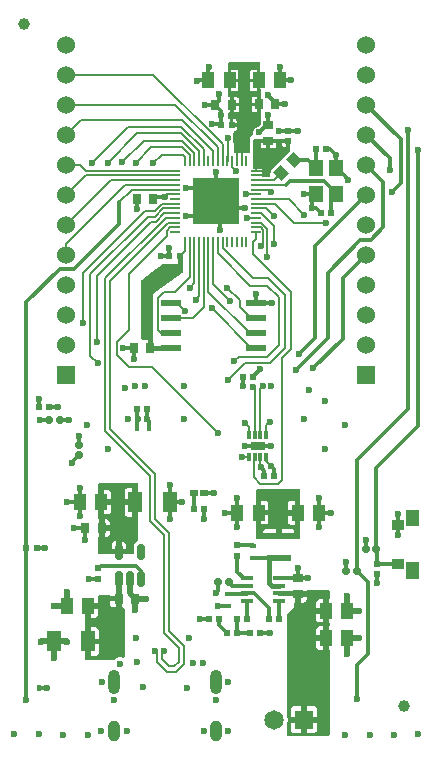
<source format=gbr>
%TF.GenerationSoftware,KiCad,Pcbnew,9.0.0*%
%TF.CreationDate,2025-04-24T23:35:52+03:00*%
%TF.ProjectId,ESP32_BOARD,45535033-325f-4424-9f41-52442e6b6963,1.0*%
%TF.SameCoordinates,Original*%
%TF.FileFunction,Copper,L1,Top*%
%TF.FilePolarity,Positive*%
%FSLAX46Y46*%
G04 Gerber Fmt 4.6, Leading zero omitted, Abs format (unit mm)*
G04 Created by KiCad (PCBNEW 9.0.0) date 2025-04-24 23:35:52*
%MOMM*%
%LPD*%
G01*
G04 APERTURE LIST*
G04 Aperture macros list*
%AMRoundRect*
0 Rectangle with rounded corners*
0 $1 Rounding radius*
0 $2 $3 $4 $5 $6 $7 $8 $9 X,Y pos of 4 corners*
0 Add a 4 corners polygon primitive as box body*
4,1,4,$2,$3,$4,$5,$6,$7,$8,$9,$2,$3,0*
0 Add four circle primitives for the rounded corners*
1,1,$1+$1,$2,$3*
1,1,$1+$1,$4,$5*
1,1,$1+$1,$6,$7*
1,1,$1+$1,$8,$9*
0 Add four rect primitives between the rounded corners*
20,1,$1+$1,$2,$3,$4,$5,0*
20,1,$1+$1,$4,$5,$6,$7,0*
20,1,$1+$1,$6,$7,$8,$9,0*
20,1,$1+$1,$8,$9,$2,$3,0*%
%AMRotRect*
0 Rectangle, with rotation*
0 The origin of the aperture is its center*
0 $1 length*
0 $2 width*
0 $3 Rotation angle, in degrees counterclockwise*
0 Add horizontal line*
21,1,$1,$2,0,0,$3*%
G04 Aperture macros list end*
%TA.AperFunction,EtchedComponent*%
%ADD10C,0.000000*%
%TD*%
%TA.AperFunction,SMDPad,CuDef*%
%ADD11R,0.997699X0.456400*%
%TD*%
%TA.AperFunction,SMDPad,CuDef*%
%ADD12R,0.540000X0.600000*%
%TD*%
%TA.AperFunction,SMDPad,CuDef*%
%ADD13RoundRect,0.072500X0.732500X0.217500X-0.732500X0.217500X-0.732500X-0.217500X0.732500X-0.217500X0*%
%TD*%
%TA.AperFunction,SMDPad,CuDef*%
%ADD14R,0.350000X0.600000*%
%TD*%
%TA.AperFunction,SMDPad,CuDef*%
%ADD15R,2.000000X0.600000*%
%TD*%
%TA.AperFunction,SMDPad,CuDef*%
%ADD16RoundRect,0.158750X0.158750X-0.158750X0.158750X0.158750X-0.158750X0.158750X-0.158750X-0.158750X0*%
%TD*%
%TA.AperFunction,SMDPad,CuDef*%
%ADD17R,0.800000X0.900000*%
%TD*%
%TA.AperFunction,SMDPad,CuDef*%
%ADD18RoundRect,0.158750X-0.158750X0.158750X-0.158750X-0.158750X0.158750X-0.158750X0.158750X0.158750X0*%
%TD*%
%TA.AperFunction,SMDPad,CuDef*%
%ADD19R,0.540000X0.565500*%
%TD*%
%TA.AperFunction,SMDPad,CuDef*%
%ADD20R,0.600000X0.350000*%
%TD*%
%TA.AperFunction,SMDPad,CuDef*%
%ADD21R,0.565500X0.540000*%
%TD*%
%TA.AperFunction,SMDPad,CuDef*%
%ADD22R,1.100000X1.380000*%
%TD*%
%TA.AperFunction,SMDPad,CuDef*%
%ADD23R,1.080000X1.420000*%
%TD*%
%TA.AperFunction,SMDPad,CuDef*%
%ADD24R,0.900000X0.800000*%
%TD*%
%TA.AperFunction,SMDPad,CuDef*%
%ADD25C,1.000000*%
%TD*%
%TA.AperFunction,SMDPad,CuDef*%
%ADD26R,1.200000X1.400000*%
%TD*%
%TA.AperFunction,SMDPad,CuDef*%
%ADD27R,0.600000X0.540000*%
%TD*%
%TA.AperFunction,SMDPad,CuDef*%
%ADD28RoundRect,0.150000X0.150000X-0.512500X0.150000X0.512500X-0.150000X0.512500X-0.150000X-0.512500X0*%
%TD*%
%TA.AperFunction,SMDPad,CuDef*%
%ADD29RoundRect,0.027500X-0.082500X0.377500X-0.082500X-0.377500X0.082500X-0.377500X0.082500X0.377500X0*%
%TD*%
%TA.AperFunction,SMDPad,CuDef*%
%ADD30RoundRect,0.027500X-0.377500X0.082500X-0.377500X-0.082500X0.377500X-0.082500X0.377500X0.082500X0*%
%TD*%
%TA.AperFunction,SMDPad,CuDef*%
%ADD31R,4.000000X4.000000*%
%TD*%
%TA.AperFunction,SMDPad,CuDef*%
%ADD32R,0.700000X0.500000*%
%TD*%
%TA.AperFunction,SMDPad,CuDef*%
%ADD33R,0.300000X0.800000*%
%TD*%
%TA.AperFunction,SMDPad,CuDef*%
%ADD34R,1.300000X0.700000*%
%TD*%
%TA.AperFunction,SMDPad,CuDef*%
%ADD35R,1.210000X1.820000*%
%TD*%
%TA.AperFunction,SMDPad,CuDef*%
%ADD36RotRect,0.900000X0.970000X225.000000*%
%TD*%
%TA.AperFunction,SMDPad,CuDef*%
%ADD37R,1.041400X0.812800*%
%TD*%
%TA.AperFunction,ComponentPad*%
%ADD38R,1.524000X1.524000*%
%TD*%
%TA.AperFunction,ComponentPad*%
%ADD39C,1.524000*%
%TD*%
%TA.AperFunction,SMDPad,CuDef*%
%ADD40RoundRect,0.158750X-0.158750X-0.158750X0.158750X-0.158750X0.158750X0.158750X-0.158750X0.158750X0*%
%TD*%
%TA.AperFunction,SMDPad,CuDef*%
%ADD41R,0.560000X0.600000*%
%TD*%
%TA.AperFunction,ComponentPad*%
%ADD42O,1.000000X2.100000*%
%TD*%
%TA.AperFunction,ComponentPad*%
%ADD43O,1.000000X1.800000*%
%TD*%
%TA.AperFunction,ComponentPad*%
%ADD44R,1.650000X1.650000*%
%TD*%
%TA.AperFunction,ComponentPad*%
%ADD45C,1.650000*%
%TD*%
%TA.AperFunction,ViaPad*%
%ADD46C,0.600000*%
%TD*%
%TA.AperFunction,Conductor*%
%ADD47C,0.200000*%
%TD*%
%TA.AperFunction,Conductor*%
%ADD48C,0.300000*%
%TD*%
%TA.AperFunction,Conductor*%
%ADD49C,0.400000*%
%TD*%
%TA.AperFunction,Conductor*%
%ADD50C,0.500000*%
%TD*%
G04 APERTURE END LIST*
D10*
%TA.AperFunction,EtchedComponent*%
%TO.C,SW1*%
G36*
X112596083Y-139892111D02*
G01*
X111503883Y-139892111D01*
X111503883Y-138492111D01*
X112596083Y-138492111D01*
X112596083Y-139892111D01*
G37*
%TD.AperFunction*%
%TA.AperFunction,EtchedComponent*%
G36*
X112596083Y-135442031D02*
G01*
X111503883Y-135442031D01*
X111503883Y-134042031D01*
X112596083Y-134042031D01*
X112596083Y-135442031D01*
G37*
%TD.AperFunction*%
%TD*%
D11*
%TO.P,IC2,1,PG*%
%TO.N,/Power Management/PGOOD_12V*%
X100749751Y-141774999D03*
%TO.P,IC2,2,IN*%
%TO.N,+12V*%
X100749751Y-141125001D03*
%TO.P,IC2,3,SW*%
%TO.N,/Power Management/+3V3_SW_IC_IN*%
X100749751Y-140474999D03*
%TO.P,IC2,4,GND*%
%TO.N,GND*%
X100749751Y-139825001D03*
%TO.P,IC2,5,BST*%
%TO.N,/Power Management/+3V3_BST_IC_IN*%
X98050249Y-139825001D03*
%TO.P,IC2,6,EN/SYNC*%
%TO.N,/Power Management/+12V_EN_IC_IN*%
X98050249Y-140474999D03*
%TO.P,IC2,7,VCC*%
%TO.N,/Power Management/+12V_INT_LDO*%
X98050249Y-141125001D03*
%TO.P,IC2,8,FB*%
%TO.N,/Power Management/+3V3_FEEDBACK_IC_IN*%
X98050249Y-141774999D03*
%TD*%
D12*
%TO.P,R7,1*%
%TO.N,/Power Management/+3V3_FB_HS*%
X95664000Y-143300000D03*
%TO.P,R7,2*%
%TO.N,+3V3*%
X94800000Y-143300000D03*
%TD*%
D13*
%TO.P,IC3,1,/CS*%
%TO.N,/Microcontroller/SPICS0*%
X98815000Y-120345000D03*
%TO.P,IC3,2,DO(IO1)*%
%TO.N,/Microcontroller/SPIQ*%
X98815000Y-119075000D03*
%TO.P,IC3,3,/WP(IO2)*%
%TO.N,/Microcontroller/SPIWP*%
X98815000Y-117805000D03*
%TO.P,IC3,4,GND*%
%TO.N,GND*%
X98815000Y-116535000D03*
%TO.P,IC3,5,DI(IO0)*%
%TO.N,/Microcontroller/SPID*%
X91605000Y-116535000D03*
%TO.P,IC3,6,CLK*%
%TO.N,/Microcontroller/SPICLK*%
X91605000Y-117805000D03*
%TO.P,IC3,7,/HOLD/RESET(IO3)*%
%TO.N,/Microcontroller/SPIHD*%
X91605000Y-119075000D03*
%TO.P,IC3,8,VCC*%
%TO.N,VDD_SDIO*%
X91605000Y-120345000D03*
%TD*%
D14*
%TO.P,C32,1*%
%TO.N,+3V3*%
X88660000Y-127160000D03*
%TO.P,C32,2*%
%TO.N,GND*%
X89710000Y-127160000D03*
%TD*%
D15*
%TO.P,L1,1*%
%TO.N,/Power Management/+3V3_SW_IC_IN*%
X100700000Y-138150000D03*
%TO.P,L1,2*%
%TO.N,+3V3*%
X100700000Y-136250000D03*
%TD*%
D16*
%TO.P,R11,1*%
%TO.N,+3V3*%
X81285500Y-126430000D03*
%TO.P,R11,2*%
%TO.N,I2C_SDA*%
X82174500Y-126430000D03*
%TD*%
D12*
%TO.P,C16,1*%
%TO.N,+3V3*%
X96702000Y-101490000D03*
%TO.P,C16,2*%
%TO.N,GND*%
X95838000Y-101490000D03*
%TD*%
D17*
%TO.P,C18,1*%
%TO.N,+3V3*%
X96720000Y-99740000D03*
%TO.P,C18,2*%
%TO.N,GND*%
X95320000Y-99740000D03*
%TD*%
D18*
%TO.P,R10,1*%
%TO.N,GPIO0*%
X107309500Y-139200000D03*
%TO.P,R10,2*%
%TO.N,+3V3*%
X106420500Y-139200000D03*
%TD*%
D19*
%TO.P,R1,1*%
%TO.N,+5V*%
X85400000Y-139883000D03*
%TO.P,R1,2*%
%TO.N,/Power Management/5V_EN_IC_IN*%
X85400000Y-139017000D03*
%TD*%
D20*
%TO.P,C13,1*%
%TO.N,/Power Management/+12V_INT_LDO*%
X96400000Y-141175000D03*
%TO.P,C13,2*%
%TO.N,GND*%
X96400000Y-142225000D03*
%TD*%
D21*
%TO.P,R9,1*%
%TO.N,BOOT*%
X79327000Y-137280000D03*
%TO.P,R9,2*%
%TO.N,+3V3*%
X80193000Y-137280000D03*
%TD*%
D17*
%TO.P,C17,1*%
%TO.N,+3V3*%
X99010000Y-99720000D03*
%TO.P,C17,2*%
%TO.N,GND*%
X100410000Y-99720000D03*
%TD*%
D22*
%TO.P,C10,1*%
%TO.N,+12V*%
X104737000Y-144900000D03*
%TO.P,C10,2*%
%TO.N,GND*%
X106463000Y-144900000D03*
%TD*%
D23*
%TO.P,C9,1*%
%TO.N,+3V3*%
X98985000Y-134280000D03*
%TO.P,C9,2*%
%TO.N,GND*%
X97195000Y-134280000D03*
%TD*%
D21*
%TO.P,R12,1*%
%TO.N,ESP_TP_INT*%
X81276000Y-125380000D03*
%TO.P,R12,2*%
%TO.N,+3V3*%
X80410000Y-125380000D03*
%TD*%
D24*
%TO.P,C20,1*%
%TO.N,+3V3*%
X99810000Y-102840000D03*
%TO.P,C20,2*%
%TO.N,GND*%
X99810000Y-101440000D03*
%TD*%
D12*
%TO.P,C31,1*%
%TO.N,+3V3*%
X97658000Y-122780000D03*
%TO.P,C31,2*%
%TO.N,GND*%
X98522000Y-122780000D03*
%TD*%
D17*
%TO.P,C24,1*%
%TO.N,VDD_SDIO*%
X89820000Y-120350000D03*
%TO.P,C24,2*%
%TO.N,GND*%
X88420000Y-120350000D03*
%TD*%
D25*
%TO.P,FID4,*%
%TO.N,*%
X79140000Y-92880000D03*
%TD*%
D26*
%TO.P,Q1,1,OSC1*%
%TO.N,/Microcontroller/XTAL_N*%
X105540000Y-107295000D03*
%TO.P,Q1,2,GND*%
%TO.N,GND*%
X105540000Y-105095000D03*
%TO.P,Q1,3,OSC2*%
%TO.N,/Microcontroller/XTAL_P*%
X103840000Y-105095000D03*
%TO.P,Q1,4,GND*%
%TO.N,GND*%
X103840000Y-107295000D03*
%TD*%
D27*
%TO.P,R2,1*%
%TO.N,/Power Management/+3V3_BST_IC_IN*%
X97200000Y-137932000D03*
%TO.P,R2,2*%
%TO.N,Net-(C7-Pad1)*%
X97200000Y-137068000D03*
%TD*%
D28*
%TO.P,IC1,1,VIN*%
%TO.N,+5V*%
X87160000Y-139875000D03*
%TO.P,IC1,2,GND*%
%TO.N,GND*%
X88110000Y-139875000D03*
%TO.P,IC1,3,EN*%
%TO.N,/Power Management/5V_EN_IC_IN*%
X89060000Y-139875000D03*
%TO.P,IC1,4,NC*%
%TO.N,unconnected-(IC1-NC-Pad4)*%
X89060000Y-137600000D03*
%TO.P,IC1,5,VOUT*%
%TO.N,+3V3*%
X87160000Y-137600000D03*
%TD*%
D22*
%TO.P,C11,1*%
%TO.N,+12V*%
X104737000Y-142600000D03*
%TO.P,C11,2*%
%TO.N,GND*%
X106463000Y-142600000D03*
%TD*%
D25*
%TO.P,FID3,*%
%TO.N,*%
X111290000Y-150630000D03*
%TD*%
D14*
%TO.P,C27,1*%
%TO.N,BOOT*%
X79325000Y-149140000D03*
%TO.P,C27,2*%
%TO.N,GND*%
X80375000Y-149140000D03*
%TD*%
D23*
%TO.P,C8,1*%
%TO.N,+3V3*%
X102305000Y-134290000D03*
%TO.P,C8,2*%
%TO.N,GND*%
X104095000Y-134290000D03*
%TD*%
D12*
%TO.P,C29,1*%
%TO.N,+3V3*%
X99468000Y-131180000D03*
%TO.P,C29,2*%
%TO.N,GND*%
X100332000Y-131180000D03*
%TD*%
%TO.P,C30,1*%
%TO.N,+3V3*%
X88688000Y-125530000D03*
%TO.P,C30,2*%
%TO.N,GND*%
X89552000Y-125530000D03*
%TD*%
D29*
%TO.P,IC4,1,LNA_IN*%
%TO.N,unconnected-(IC4-LNA_IN-Pad1)*%
X97950000Y-104490000D03*
%TO.P,IC4,2,VDD3P3*%
%TO.N,+3V3*%
X97550000Y-104490000D03*
%TO.P,IC4,3,VDD3P3*%
X97150000Y-104490000D03*
%TO.P,IC4,4,CHIP_PU*%
%TO.N,RESET*%
X96750000Y-104490000D03*
%TO.P,IC4,5,GPIO0*%
%TO.N,GPIO0*%
X96350000Y-104490000D03*
%TO.P,IC4,6,GPIO1*%
%TO.N,GPIO1*%
X95950000Y-104490000D03*
%TO.P,IC4,7,GPIO2*%
%TO.N,GPIO2*%
X95550000Y-104490000D03*
%TO.P,IC4,8,GPIO3*%
%TO.N,GPIO3*%
X95150000Y-104490000D03*
%TO.P,IC4,9,GPIO4*%
%TO.N,unconnected-(IC4-GPIO4-Pad9)*%
X94750000Y-104490000D03*
%TO.P,IC4,10,GPIO5*%
%TO.N,ESP_LCD_RES*%
X94350000Y-104490000D03*
%TO.P,IC4,11,GPIO6*%
%TO.N,ESP_LCD_CS*%
X93950000Y-104490000D03*
%TO.P,IC4,12,GPIO7*%
%TO.N,ESP_LCD_D{slash}C*%
X93550000Y-104490000D03*
%TO.P,IC4,13,GPIO8*%
%TO.N,ESP_LCD_WR*%
X93150000Y-104490000D03*
%TO.P,IC4,14,GPIO9*%
%TO.N,ESP_LCD_RD*%
X92750000Y-104490000D03*
D30*
%TO.P,IC4,15,GPIO10*%
%TO.N,GPIO10*%
X91905000Y-105335000D03*
%TO.P,IC4,16,GPIO11*%
%TO.N,GPIO11*%
X91905000Y-105735000D03*
%TO.P,IC4,17,GPIO12*%
%TO.N,GPIO12*%
X91905000Y-106135000D03*
%TO.P,IC4,18,GPIO13*%
%TO.N,GPIO13*%
X91905000Y-106535000D03*
%TO.P,IC4,19,GPIO14*%
%TO.N,BOOT*%
X91905000Y-106935000D03*
%TO.P,IC4,20,VDD3P3_RTC*%
%TO.N,+3V3*%
X91905000Y-107335000D03*
%TO.P,IC4,21,XTAL_32K_P*%
%TO.N,unconnected-(IC4-XTAL_32K_P-Pad21)*%
X91905000Y-107735000D03*
%TO.P,IC4,22,XTAL_32K_N*%
%TO.N,ESP_TP_INT*%
X91905000Y-108135000D03*
%TO.P,IC4,23,GPIO17*%
%TO.N,I2C_SCL*%
X91905000Y-108535000D03*
%TO.P,IC4,24,GPIO18*%
%TO.N,I2C_SDA*%
X91905000Y-108935000D03*
%TO.P,IC4,25,GPIO19*%
%TO.N,ESP_USB_D-*%
X91905000Y-109335000D03*
%TO.P,IC4,26,GPIO20*%
%TO.N,ESP_USB_D+*%
X91905000Y-109735000D03*
%TO.P,IC4,27,GPIO21*%
%TO.N,ESP_TP_RESET*%
X91905000Y-110135000D03*
%TO.P,IC4,28,SPICS1*%
%TO.N,unconnected-(IC4-SPICS1-Pad28)*%
X91905000Y-110535000D03*
D29*
%TO.P,IC4,29,VDD_SPI*%
%TO.N,VDD_SDIO*%
X92750000Y-111380000D03*
%TO.P,IC4,30,SPIHD*%
%TO.N,/Microcontroller/SPIHD*%
X93150000Y-111380000D03*
%TO.P,IC4,31,SPIWP*%
%TO.N,/Microcontroller/SPIWP*%
X93550000Y-111380000D03*
%TO.P,IC4,32,SPICS0*%
%TO.N,/Microcontroller/SPICS0*%
X93950000Y-111380000D03*
%TO.P,IC4,33,SPICLK*%
%TO.N,/Microcontroller/SPICLK*%
X94350000Y-111380000D03*
%TO.P,IC4,34,SPIQ*%
%TO.N,/Microcontroller/SPIQ*%
X94750000Y-111380000D03*
%TO.P,IC4,35,SPID*%
%TO.N,/Microcontroller/SPID*%
X95150000Y-111380000D03*
%TO.P,IC4,36,SPICLK_N*%
%TO.N,ESP_LCD_D7*%
X95550000Y-111380000D03*
%TO.P,IC4,37,SPICLK_P*%
%TO.N,ESP_LCD_D6*%
X95950000Y-111380000D03*
%TO.P,IC4,38,GPIO33*%
%TO.N,unconnected-(IC4-GPIO33-Pad38)*%
X96350000Y-111380000D03*
%TO.P,IC4,39,GPIO34*%
%TO.N,unconnected-(IC4-GPIO34-Pad39)*%
X96750000Y-111380000D03*
%TO.P,IC4,40,GPIO35*%
%TO.N,unconnected-(IC4-GPIO35-Pad40)*%
X97150000Y-111380000D03*
%TO.P,IC4,41,GPIO36*%
%TO.N,unconnected-(IC4-GPIO36-Pad41)*%
X97550000Y-111380000D03*
%TO.P,IC4,42,GPIO37*%
%TO.N,unconnected-(IC4-GPIO37-Pad42)*%
X97950000Y-111380000D03*
D30*
%TO.P,IC4,43,GPIO38*%
%TO.N,ESP_LCD_BLK*%
X98795000Y-110535000D03*
%TO.P,IC4,44,MTCK*%
%TO.N,ESP_LCD_D0*%
X98795000Y-110135000D03*
%TO.P,IC4,45,MTDO*%
%TO.N,ESP_LCD_D1*%
X98795000Y-109735000D03*
%TO.P,IC4,46,VDD3P3_CPU*%
%TO.N,+3V3*%
X98795000Y-109335000D03*
%TO.P,IC4,47,MTDI*%
%TO.N,ESP_LCD_D2*%
X98795000Y-108935000D03*
%TO.P,IC4,48,MTMS*%
%TO.N,ESP_LCD_D3*%
X98795000Y-108535000D03*
%TO.P,IC4,49,U0TXD*%
%TO.N,U0TXD*%
X98795000Y-108135000D03*
%TO.P,IC4,50,U0RXD*%
%TO.N,U0RXD*%
X98795000Y-107735000D03*
%TO.P,IC4,51,GPIO45*%
%TO.N,ESP_LCD_D4*%
X98795000Y-107335000D03*
%TO.P,IC4,52,GPIO46*%
%TO.N,ESP_LCD_D5*%
X98795000Y-106935000D03*
%TO.P,IC4,53,XTAL_N*%
%TO.N,/Microcontroller/XTAL_N*%
X98795000Y-106535000D03*
%TO.P,IC4,54,XTAL_P*%
%TO.N,/Microcontroller/RX_XTAL_P_IC_IN*%
X98795000Y-106135000D03*
%TO.P,IC4,55,VDDA1*%
%TO.N,+3V3*%
X98795000Y-105735000D03*
%TO.P,IC4,56,VDDA2*%
X98795000Y-105335000D03*
D31*
%TO.P,IC4,57,GND*%
%TO.N,GND*%
X95350000Y-107935000D03*
%TD*%
D32*
%TO.P,D1,1*%
%TO.N,GND*%
X94387500Y-132610000D03*
%TO.P,D1,2*%
%TO.N,Net-(D1-Pad2)*%
X93487500Y-132610000D03*
%TD*%
D33*
%TO.P,IC5,1,PGND*%
%TO.N,GND*%
X98150000Y-129600000D03*
%TO.P,IC5,2,EN*%
%TO.N,ESP_LCD_BLK*%
X98650000Y-129600000D03*
%TO.P,IC5,3,VIN*%
%TO.N,+3V3*%
X99150000Y-129600000D03*
%TO.P,IC5,4,AGND*%
%TO.N,GND*%
X99650000Y-129600000D03*
%TO.P,IC5,5,LED4*%
%TO.N,/Display Connector and Driver/LEDK4*%
X99650000Y-127700000D03*
%TO.P,IC5,6,LED3*%
%TO.N,/Display Connector and Driver/LEDK3*%
X99150000Y-127700000D03*
%TO.P,IC5,7,LED2*%
%TO.N,/Display Connector and Driver/LEDK2*%
X98650000Y-127700000D03*
%TO.P,IC5,8,LED1*%
%TO.N,/Display Connector and Driver/LEDK1*%
X98150000Y-127700000D03*
D34*
%TO.P,IC5,9,EP*%
%TO.N,GND*%
X98900000Y-128650000D03*
%TD*%
D12*
%TO.P,C25,1*%
%TO.N,/Microcontroller/XTAL_P*%
X103838000Y-103465000D03*
%TO.P,C25,2*%
%TO.N,GND*%
X104702000Y-103465000D03*
%TD*%
D35*
%TO.P,C1,1*%
%TO.N,+5V*%
X84550000Y-145200000D03*
%TO.P,C1,2*%
%TO.N,GND*%
X81650000Y-145200000D03*
%TD*%
D21*
%TO.P,R4,1*%
%TO.N,/Power Management/PGOOD_12V*%
X100733000Y-143300000D03*
%TO.P,R4,2*%
%TO.N,/Power Management/+12V_INT_LDO*%
X99867000Y-143300000D03*
%TD*%
D12*
%TO.P,C21,1*%
%TO.N,VDD_SDIO*%
X92302000Y-112590000D03*
%TO.P,C21,2*%
%TO.N,GND*%
X91438000Y-112590000D03*
%TD*%
D36*
%TO.P,L2,1*%
%TO.N,/Microcontroller/XTAL_P*%
X101985079Y-104419921D03*
%TO.P,L2,2*%
%TO.N,/Microcontroller/RX_XTAL_P_IC_IN*%
X100874921Y-105530079D03*
%TD*%
D35*
%TO.P,C3,1*%
%TO.N,+3V3*%
X88550000Y-133410000D03*
%TO.P,C3,2*%
%TO.N,GND*%
X91450000Y-133410000D03*
%TD*%
D17*
%TO.P,C5,1*%
%TO.N,+5V*%
X87140000Y-141560000D03*
%TO.P,C5,2*%
%TO.N,GND*%
X88540000Y-141560000D03*
%TD*%
D12*
%TO.P,R5,1*%
%TO.N,/Power Management/+3V3_FEEDBACK_IC_IN*%
X98032000Y-143300000D03*
%TO.P,R5,2*%
%TO.N,/Power Management/+3V3_FB_MID*%
X97168000Y-143300000D03*
%TD*%
D23*
%TO.P,C4,1*%
%TO.N,+3V3*%
X85685000Y-133390000D03*
%TO.P,C4,2*%
%TO.N,GND*%
X83895000Y-133390000D03*
%TD*%
D17*
%TO.P,C22,1*%
%TO.N,+3V3*%
X90060000Y-107720000D03*
%TO.P,C22,2*%
%TO.N,GND*%
X88660000Y-107720000D03*
%TD*%
D18*
%TO.P,R14,1*%
%TO.N,RESET*%
X108974500Y-137350000D03*
%TO.P,R14,2*%
%TO.N,+3V3*%
X108085500Y-137350000D03*
%TD*%
D37*
%TO.P,SW1,1,1*%
%TO.N,RESET*%
X110770717Y-138604571D03*
%TO.P,SW1,2,2*%
%TO.N,GND*%
X110770717Y-135329571D03*
%TD*%
D12*
%TO.P,C26,1*%
%TO.N,/Microcontroller/XTAL_N*%
X105132000Y-108915000D03*
%TO.P,C26,2*%
%TO.N,GND*%
X104268000Y-108915000D03*
%TD*%
D27*
%TO.P,C19,1*%
%TO.N,+3V3*%
X101500000Y-102842000D03*
%TO.P,C19,2*%
%TO.N,GND*%
X101500000Y-101978000D03*
%TD*%
D12*
%TO.P,R15,1*%
%TO.N,+3V3*%
X94352000Y-134000000D03*
%TO.P,R15,2*%
%TO.N,Net-(D1-Pad2)*%
X93488000Y-134000000D03*
%TD*%
D17*
%TO.P,C6,1*%
%TO.N,+3V3*%
X85700000Y-135600000D03*
%TO.P,C6,2*%
%TO.N,GND*%
X84300000Y-135600000D03*
%TD*%
D38*
%TO.P,ST4,1,Pin_1*%
%TO.N,+3V3*%
X82719900Y-122610000D03*
D39*
%TO.P,ST4,2,Pin_2*%
%TO.N,GND*%
X82719900Y-120070000D03*
%TO.P,ST4,3,Pin_3*%
%TO.N,unconnected-(ST4-Pin_3-Pad3)*%
X82719900Y-117530000D03*
%TO.P,ST4,4,Pin_4*%
%TO.N,unconnected-(ST4-Pin_4-Pad4)*%
X82719900Y-114990000D03*
%TO.P,ST4,5,Pin_5*%
%TO.N,GPIO13*%
X82719900Y-112450000D03*
%TO.P,ST4,6,Pin_6*%
%TO.N,GPIO12*%
X82719900Y-109910000D03*
%TO.P,ST4,7,Pin_7*%
%TO.N,GPIO11*%
X82719900Y-107370000D03*
%TO.P,ST4,8,Pin_8*%
%TO.N,GPIO10*%
X82719900Y-104830000D03*
%TO.P,ST4,9,Pin_9*%
%TO.N,GPIO3*%
X82719900Y-102290000D03*
%TO.P,ST4,10,Pin_10*%
%TO.N,GPIO2*%
X82719900Y-99750000D03*
%TO.P,ST4,11,Pin_11*%
%TO.N,GPIO1*%
X82719900Y-97210000D03*
%TO.P,ST4,12,Pin_12*%
%TO.N,unconnected-(ST4-Pin_12-Pad12)*%
X82719900Y-94670000D03*
%TD*%
D23*
%TO.P,C15,1*%
%TO.N,+3V3*%
X99005000Y-97700000D03*
%TO.P,C15,2*%
%TO.N,GND*%
X100795000Y-97700000D03*
%TD*%
D20*
%TO.P,C7,1*%
%TO.N,Net-(C7-Pad1)*%
X98500000Y-137075000D03*
%TO.P,C7,2*%
%TO.N,/Power Management/+3V3_SW_IC_IN*%
X98500000Y-138125000D03*
%TD*%
D27*
%TO.P,C28,1*%
%TO.N,RESET*%
X108980000Y-138598000D03*
%TO.P,C28,2*%
%TO.N,GND*%
X108980000Y-139462000D03*
%TD*%
D24*
%TO.P,C12,1*%
%TO.N,+12V*%
X102300000Y-141200000D03*
%TO.P,C12,2*%
%TO.N,GND*%
X102300000Y-139800000D03*
%TD*%
D23*
%TO.P,C14,1*%
%TO.N,+3V3*%
X96535000Y-97700000D03*
%TO.P,C14,2*%
%TO.N,GND*%
X94745000Y-97700000D03*
%TD*%
D16*
%TO.P,R3,1*%
%TO.N,+12V*%
X95555500Y-140200000D03*
%TO.P,R3,2*%
%TO.N,/Power Management/+12V_EN_IC_IN*%
X96444500Y-140200000D03*
%TD*%
D38*
%TO.P,ST5,1,Pin_1*%
%TO.N,+3V3*%
X108119900Y-122610000D03*
D39*
%TO.P,ST5,2,Pin_2*%
%TO.N,GND*%
X108119900Y-120070000D03*
%TO.P,ST5,3,Pin_3*%
X108119900Y-117530000D03*
%TO.P,ST5,4,Pin_4*%
%TO.N,unconnected-(ST5-Pin_4-Pad4)*%
X108119900Y-114990000D03*
%TO.P,ST5,5,Pin_5*%
%TO.N,ESP_TP_INT*%
X108119900Y-112450000D03*
%TO.P,ST5,6,Pin_6*%
%TO.N,ESP_TP_RESET*%
X108119900Y-109910000D03*
%TO.P,ST5,7,Pin_7*%
%TO.N,I2C_SCL*%
X108119900Y-107370000D03*
%TO.P,ST5,8,Pin_8*%
%TO.N,I2C_SDA*%
X108119900Y-104830000D03*
%TO.P,ST5,9,Pin_9*%
%TO.N,U0RXD*%
X108119900Y-102290000D03*
%TO.P,ST5,10,Pin_10*%
%TO.N,U0TXD*%
X108119900Y-99750000D03*
%TO.P,ST5,11,Pin_11*%
%TO.N,GND*%
X108119900Y-97210000D03*
%TO.P,ST5,12,Pin_12*%
X108119900Y-94670000D03*
%TD*%
D23*
%TO.P,C2,1*%
%TO.N,+5V*%
X84545000Y-142200000D03*
%TO.P,C2,2*%
%TO.N,GND*%
X82755000Y-142200000D03*
%TD*%
D40*
%TO.P,R13,1*%
%TO.N,I2C_SCL*%
X83790000Y-128555500D03*
%TO.P,R13,2*%
%TO.N,+3V3*%
X83790000Y-129444500D03*
%TD*%
D12*
%TO.P,R6,1*%
%TO.N,/Power Management/+3V3_FB_MID*%
X97157000Y-144460000D03*
%TO.P,R6,2*%
%TO.N,/Power Management/+3V3_FB_HS*%
X96293000Y-144460000D03*
%TD*%
D41*
%TO.P,R8,1*%
%TO.N,/Power Management/+3V3_FB_MID*%
X98265000Y-144460000D03*
%TO.P,R8,2*%
%TO.N,GND*%
X99135000Y-144460000D03*
%TD*%
D42*
%TO.P,ST2,SH1,SHELL_GND*%
%TO.N,GND*%
X95400000Y-148620000D03*
%TO.P,ST2,SH2,SHELL_GND*%
X86760000Y-148620000D03*
D43*
%TO.P,ST2,SH3,SHELL_GND*%
X95400000Y-152800000D03*
%TO.P,ST2,SH4,SHELL_GND*%
X86760000Y-152800000D03*
%TD*%
D44*
%TO.P,ST1,1,1*%
%TO.N,+12V*%
X102820000Y-151820000D03*
D45*
%TO.P,ST1,2,2*%
%TO.N,GND*%
X100320000Y-151820000D03*
%TD*%
D46*
%TO.N,+3V3*%
X97780000Y-97910000D03*
X97880000Y-101990000D03*
X94359949Y-134812882D03*
X98860000Y-103420000D03*
X98850000Y-104670000D03*
X83190000Y-130060000D03*
X100690000Y-135170000D03*
X88100000Y-137200000D03*
X91058548Y-107542834D03*
X97830000Y-100420000D03*
X97650000Y-123610000D03*
X88570000Y-123590000D03*
X100770000Y-103440000D03*
X80930000Y-137280000D03*
X80413000Y-124650000D03*
X87000000Y-132800000D03*
X97510000Y-103170000D03*
X100650000Y-132710000D03*
X106420000Y-138470000D03*
X97770000Y-96640000D03*
X97840000Y-99150000D03*
X108095274Y-136632129D03*
X80520000Y-126440000D03*
X97990000Y-109330000D03*
X87000000Y-134200000D03*
X85800000Y-137200000D03*
X101970000Y-132680000D03*
X100680000Y-133970000D03*
X88400000Y-135600000D03*
X99350000Y-132660000D03*
X88740000Y-126350000D03*
X99170000Y-130430000D03*
X87000000Y-135600000D03*
X99630000Y-105520000D03*
X94002000Y-143300000D03*
%TO.N,+12V*%
X103300000Y-142300000D03*
X103300000Y-143300000D03*
X95400000Y-141100000D03*
X102000000Y-143300000D03*
%TO.N,BOOT*%
X79330000Y-150140000D03*
%TO.N,/Microcontroller/SPID*%
X92770000Y-117250000D03*
X96600000Y-116400000D03*
%TO.N,/Microcontroller/SPIWP*%
X93150000Y-115240000D03*
X96300000Y-115240000D03*
%TO.N,/Microcontroller/SPICS0*%
X95010000Y-116980000D03*
X93670000Y-116260000D03*
%TO.N,GND*%
X82739822Y-145203186D03*
X95660000Y-98840000D03*
X92520000Y-133420000D03*
X106460000Y-146250000D03*
X99954827Y-144463398D03*
X84530000Y-153080000D03*
X107490000Y-142600000D03*
X97570000Y-129600000D03*
X102800000Y-126320000D03*
X96170000Y-134280000D03*
X108980000Y-140230000D03*
X103261732Y-123930879D03*
X95841085Y-100642934D03*
X100110000Y-116530000D03*
X110450000Y-153080000D03*
X95026811Y-101367896D03*
X104585917Y-128890870D03*
X105576923Y-103978469D03*
X100070000Y-130350000D03*
X96437497Y-148622823D03*
X110770000Y-134430000D03*
X108390000Y-153080000D03*
X98810000Y-115760000D03*
X112520000Y-153070000D03*
X83895000Y-132210000D03*
X94396711Y-152805029D03*
X107530000Y-144900000D03*
X87970000Y-126360000D03*
X92650000Y-123590000D03*
X100080000Y-123610000D03*
X82430000Y-153080000D03*
X84300000Y-136580000D03*
X93774936Y-97703487D03*
X86761449Y-150183816D03*
X106286407Y-126842552D03*
X93080059Y-144917176D03*
X95595621Y-142224606D03*
X104600000Y-124850000D03*
X100800000Y-96530000D03*
X97850000Y-108510000D03*
X91450000Y-131980000D03*
X95250000Y-132610000D03*
X89480000Y-141560000D03*
X90760000Y-112590000D03*
X95408047Y-150169425D03*
X92880000Y-106830000D03*
X87810000Y-152800000D03*
X87550000Y-120350000D03*
X97800000Y-128630000D03*
X89410000Y-123550000D03*
X106470000Y-141340000D03*
X84482248Y-126850000D03*
X102287649Y-101978120D03*
X83350000Y-135600000D03*
X99810000Y-100610000D03*
X85746952Y-148623423D03*
X101240000Y-99720000D03*
X94450000Y-99740000D03*
X87700000Y-123730000D03*
X80550000Y-145220000D03*
X96380617Y-152800735D03*
X103190000Y-139800000D03*
X110770000Y-136220000D03*
X85670000Y-152800000D03*
X95350000Y-105460000D03*
X106290000Y-153080000D03*
X94751485Y-96518566D03*
X104080000Y-135520000D03*
X78270000Y-153070000D03*
X81110000Y-149140000D03*
X99130000Y-122170000D03*
X86203677Y-128864353D03*
X100750000Y-101970000D03*
X103510000Y-108460000D03*
X88550000Y-142570000D03*
X94280000Y-147050000D03*
X92880000Y-109170000D03*
X81710000Y-142190000D03*
X102300000Y-138950000D03*
X106550000Y-106100000D03*
X83895000Y-134615000D03*
X97190000Y-135500000D03*
X92650000Y-126330000D03*
X89540000Y-126330000D03*
X91440000Y-111870000D03*
X95750000Y-110330000D03*
X105150000Y-134290000D03*
X102810000Y-107300000D03*
X91450000Y-134830000D03*
X82790000Y-133390000D03*
X88660000Y-108620000D03*
X104100000Y-133050000D03*
X88590000Y-144930000D03*
X88420000Y-121270000D03*
X101770000Y-97700000D03*
X99760000Y-98950000D03*
X97200000Y-133080000D03*
X82740000Y-141010000D03*
X99040000Y-102100000D03*
X80370000Y-153070000D03*
X87250000Y-147120000D03*
X81660000Y-146600000D03*
X100080000Y-128620000D03*
%TO.N,+5V*%
X92890000Y-149100000D03*
X86150000Y-144150000D03*
X87150000Y-143400000D03*
X84630000Y-139880000D03*
X86150000Y-142650000D03*
X93480000Y-147050000D03*
X86150000Y-145650000D03*
X89237430Y-149070000D03*
X87150000Y-144900000D03*
X88700000Y-146900000D03*
%TO.N,RESET*%
X97040000Y-105350000D03*
X112490000Y-103620000D03*
%TO.N,ESP_LCD_D4*%
X97930493Y-107334146D03*
%TO.N,I2C_SDA*%
X82930000Y-126430000D03*
X85320000Y-119840000D03*
X102160000Y-122210000D03*
%TO.N,ESP_TP_RESET*%
X95560000Y-127560000D03*
%TO.N,ESP_LCD_D3*%
X100260000Y-109160000D03*
%TO.N,ESP_LCD_D0*%
X99160000Y-111740000D03*
%TO.N,ESP_LCD_D2*%
X100260000Y-111550000D03*
%TO.N,ESP_LCD_D1*%
X99710000Y-112630000D03*
%TO.N,I2C_SCL*%
X102410000Y-120850000D03*
X83800000Y-127760000D03*
X85360000Y-121650000D03*
%TO.N,ESP_LCD_D{slash}C*%
X87418173Y-104634684D03*
%TO.N,GPIO0*%
X107330000Y-150050000D03*
X96360000Y-102530000D03*
X111680000Y-101860000D03*
%TO.N,U0RXD*%
X110120000Y-105290000D03*
X102870000Y-109060000D03*
%TO.N,ESP_LCD_D7*%
X96950000Y-121490000D03*
%TO.N,ESP_LCD_RES*%
X84900000Y-104650000D03*
%TO.N,ESP_LCD_D5*%
X100070000Y-107180000D03*
%TO.N,ESP_LCD_WR*%
X88595000Y-104665000D03*
%TO.N,ESP_LCD_RD*%
X90080000Y-104700000D03*
%TO.N,ESP_LCD_CS*%
X86220000Y-104650000D03*
%TO.N,U0TXD*%
X110280000Y-107110000D03*
X104710000Y-109760000D03*
%TO.N,ESP_LCD_D6*%
X96360000Y-123090000D03*
%TO.N,ESP_TP_INT*%
X82000000Y-125380000D03*
X103640000Y-122040000D03*
X84150000Y-118200000D03*
%TO.N,/Display Connector and Driver/LEDK3*%
X99329997Y-123610000D03*
%TO.N,/Display Connector and Driver/LEDK4*%
X99920464Y-126635409D03*
%TO.N,/Display Connector and Driver/LEDK2*%
X98520000Y-123640000D03*
%TO.N,/Display Connector and Driver/LEDK1*%
X97800000Y-126660000D03*
%TO.N,ESP_USB_D+*%
X90220000Y-146000000D03*
%TO.N,ESP_USB_D-*%
X91000000Y-146000000D03*
%TD*%
D47*
%TO.N,+3V3*%
X98795000Y-105735000D02*
X99475323Y-105735000D01*
D48*
X80410000Y-124653000D02*
X80413000Y-124650000D01*
X91058548Y-107542834D02*
X90237166Y-107542834D01*
X83790000Y-129444500D02*
X83190000Y-130044500D01*
D47*
X97550000Y-104490000D02*
X97550000Y-103710000D01*
D48*
X106420000Y-139199500D02*
X106420500Y-139200000D01*
D47*
X91905000Y-107335000D02*
X91266382Y-107335000D01*
X97150000Y-104490000D02*
X97150000Y-103700000D01*
D48*
X81285500Y-126430000D02*
X80530000Y-126430000D01*
D47*
X99150000Y-129600000D02*
X99150000Y-130410000D01*
D48*
X97658000Y-122780000D02*
X97658000Y-123602000D01*
D47*
X98795000Y-109335000D02*
X97995000Y-109335000D01*
X91266382Y-107335000D02*
X91058548Y-107542834D01*
D48*
X99468000Y-130728000D02*
X99170000Y-130430000D01*
D47*
X98795000Y-105335000D02*
X98795000Y-105010938D01*
X98795000Y-105335000D02*
X99385000Y-105335000D01*
D48*
X99468000Y-131180000D02*
X99468000Y-130728000D01*
X83190000Y-130044500D02*
X83190000Y-130060000D01*
X106420000Y-138470000D02*
X106420000Y-139199500D01*
X80530000Y-126430000D02*
X80520000Y-126440000D01*
X108095274Y-136632129D02*
X108085500Y-136641903D01*
X80193000Y-137280000D02*
X80930000Y-137280000D01*
X88660000Y-126430000D02*
X88740000Y-126350000D01*
X94359949Y-134812882D02*
X94352000Y-134804933D01*
X94352000Y-134804933D02*
X94352000Y-134000000D01*
X88688000Y-126298000D02*
X88740000Y-126350000D01*
X108085500Y-136641903D02*
X108085500Y-137350000D01*
X88660000Y-127160000D02*
X88660000Y-126430000D01*
X90237166Y-107542834D02*
X90060000Y-107720000D01*
X94800000Y-143300000D02*
X94002000Y-143300000D01*
X88688000Y-125530000D02*
X88688000Y-126298000D01*
X80410000Y-125380000D02*
X80410000Y-124653000D01*
D47*
X98795000Y-105010938D02*
X98794780Y-105010718D01*
X99150000Y-130410000D02*
X99170000Y-130430000D01*
X97995000Y-109335000D02*
X97990000Y-109330000D01*
D48*
%TO.N,+12V*%
X95555500Y-140200000D02*
X95555500Y-140944500D01*
X102225001Y-141125001D02*
X102300000Y-141200000D01*
D49*
X100749751Y-141125001D02*
X102225001Y-141125001D01*
D48*
X95555500Y-140944500D02*
X95400000Y-141100000D01*
%TO.N,/Power Management/+12V_INT_LDO*%
X99867000Y-142362701D02*
X99867000Y-143300000D01*
X98629300Y-141125001D02*
X99867000Y-142362701D01*
X98050249Y-141125001D02*
X98629300Y-141125001D01*
X98000250Y-141175000D02*
X98050249Y-141125001D01*
X96400000Y-141175000D02*
X98000250Y-141175000D01*
%TO.N,/Power Management/+3V3_SW_IC_IN*%
X99910000Y-138150000D02*
X100700000Y-138150000D01*
X98500000Y-138125000D02*
X100675000Y-138125000D01*
D49*
X100749751Y-140474999D02*
X100154999Y-140474999D01*
D48*
X100675000Y-138125000D02*
X100700000Y-138150000D01*
D49*
X100154999Y-140474999D02*
X99910000Y-140230000D01*
X99910000Y-140230000D02*
X99910000Y-138150000D01*
D48*
%TO.N,/Power Management/5V_EN_IC_IN*%
X85617000Y-138800000D02*
X88647499Y-138800000D01*
X88647499Y-138800000D02*
X89060000Y-139212501D01*
X89060000Y-139212501D02*
X89060000Y-139875000D01*
X85400000Y-139017000D02*
X85617000Y-138800000D01*
%TO.N,/Power Management/+3V3_BST_IC_IN*%
X97715001Y-139825001D02*
X98050249Y-139825001D01*
X97200000Y-137932000D02*
X97200000Y-139310000D01*
X97200000Y-139310000D02*
X97715001Y-139825001D01*
%TO.N,/Microcontroller/XTAL_P*%
X103838000Y-103465000D02*
X103838000Y-105093000D01*
X103838000Y-105093000D02*
X103840000Y-105095000D01*
X101985079Y-104419921D02*
X103164921Y-104419921D01*
X103164921Y-104419921D02*
X103840000Y-105095000D01*
%TO.N,/Microcontroller/XTAL_N*%
X105132000Y-107703000D02*
X105540000Y-107295000D01*
D47*
X101285000Y-106535000D02*
X98795000Y-106535000D01*
D48*
X101630000Y-106190000D02*
X104537000Y-106190000D01*
X105540000Y-107193000D02*
X105540000Y-107295000D01*
X101285000Y-106535000D02*
X101630000Y-106190000D01*
X104537000Y-106190000D02*
X105540000Y-107193000D01*
X105132000Y-108915000D02*
X105132000Y-107703000D01*
D47*
%TO.N,/Microcontroller/RX_XTAL_P_IC_IN*%
X100270000Y-106135000D02*
X100874921Y-105530079D01*
X98795000Y-106135000D02*
X100270000Y-106135000D01*
%TO.N,BOOT*%
X88275000Y-106935000D02*
X87190000Y-108020000D01*
X91905000Y-106935000D02*
X88275000Y-106935000D01*
D48*
X79330000Y-150140000D02*
X79330000Y-149145000D01*
X79327000Y-140810000D02*
X79327000Y-137280000D01*
X83370000Y-113680000D02*
X82140000Y-113680000D01*
X79327000Y-116493000D02*
X79327000Y-137280000D01*
X79325000Y-149140000D02*
X79325000Y-140812000D01*
X87190000Y-108020000D02*
X87190000Y-109860000D01*
X79330000Y-149145000D02*
X79325000Y-149140000D01*
X87190000Y-109860000D02*
X83370000Y-113680000D01*
X82140000Y-113680000D02*
X79327000Y-116493000D01*
X79325000Y-140812000D02*
X79327000Y-140810000D01*
D47*
%TO.N,/Microcontroller/SPID*%
X92770000Y-117220000D02*
X92085000Y-116535000D01*
X92770000Y-117250000D02*
X92770000Y-117220000D01*
X95150000Y-114950000D02*
X95150000Y-111380000D01*
X92085000Y-116535000D02*
X91605000Y-116535000D01*
X96600000Y-116400000D02*
X95150000Y-114950000D01*
D48*
%TO.N,/Power Management/PGOOD_12V*%
X100749751Y-141774999D02*
X100749751Y-143283249D01*
D47*
X100749751Y-143283249D02*
X100733000Y-143300000D01*
D48*
%TO.N,/Power Management/+12V_EN_IC_IN*%
X96444500Y-140200000D02*
X96719499Y-140474999D01*
X96719499Y-140474999D02*
X98050249Y-140474999D01*
%TO.N,/Power Management/+3V3_FEEDBACK_IC_IN*%
X98032000Y-141793248D02*
X98050249Y-141774999D01*
X98032000Y-143300000D02*
X98032000Y-141793248D01*
D47*
%TO.N,/Microcontroller/SPIHD*%
X91930000Y-115570000D02*
X90990000Y-115570000D01*
X93150000Y-111380000D02*
X93150000Y-114350000D01*
X90440000Y-118820000D02*
X90695000Y-119075000D01*
X90440000Y-116120000D02*
X90440000Y-118820000D01*
X90990000Y-115570000D02*
X90440000Y-116120000D01*
X90695000Y-119075000D02*
X91605000Y-119075000D01*
X93150000Y-114350000D02*
X91930000Y-115570000D01*
%TO.N,/Microcontroller/SPICLK*%
X93435000Y-117805000D02*
X94350000Y-116890000D01*
X91605000Y-117805000D02*
X93435000Y-117805000D01*
X94350000Y-116890000D02*
X94350000Y-111380000D01*
%TO.N,/Microcontroller/SPIWP*%
X97380000Y-116320000D02*
X97380000Y-116860000D01*
X93550000Y-114840000D02*
X93150000Y-115240000D01*
X97380000Y-116860000D02*
X98325000Y-117805000D01*
X98325000Y-117805000D02*
X98815000Y-117805000D01*
X93550000Y-111380000D02*
X93550000Y-114840000D01*
X96300000Y-115240000D02*
X97380000Y-116320000D01*
%TO.N,/Microcontroller/SPIQ*%
X94750000Y-115593204D02*
X94750000Y-111380000D01*
X98231796Y-119075000D02*
X94750000Y-115593204D01*
X98815000Y-119075000D02*
X98231796Y-119075000D01*
%TO.N,/Microcontroller/SPICS0*%
X93950000Y-115980000D02*
X93950000Y-111380000D01*
X98375000Y-120345000D02*
X98815000Y-120345000D01*
X93670000Y-116260000D02*
X93950000Y-115980000D01*
X95010000Y-116980000D02*
X98375000Y-120345000D01*
D48*
%TO.N,/Power Management/+3V3_FB_MID*%
X97157000Y-144460000D02*
X98265000Y-144460000D01*
X97168000Y-143300000D02*
X97168000Y-144449000D01*
X97168000Y-144449000D02*
X97157000Y-144460000D01*
%TO.N,/Power Management/+3V3_FB_HS*%
X95664000Y-143831000D02*
X96293000Y-144460000D01*
X95664000Y-143300000D02*
X95664000Y-143831000D01*
%TO.N,GND*%
X94115000Y-109170000D02*
X95350000Y-107935000D01*
X91450000Y-133410000D02*
X91450000Y-131980000D01*
X95660000Y-98840000D02*
X95660000Y-99400000D01*
X103835000Y-107300000D02*
X103840000Y-107295000D01*
X92510000Y-133410000D02*
X92520000Y-133420000D01*
X101500000Y-101978000D02*
X102287529Y-101978000D01*
X100105000Y-116535000D02*
X100110000Y-116530000D01*
X97195000Y-134280000D02*
X97195000Y-135495000D01*
D47*
X97570000Y-129600000D02*
X98150000Y-129600000D01*
D48*
X100410000Y-99720000D02*
X101240000Y-99720000D01*
D50*
X81650000Y-145200000D02*
X80570000Y-145200000D01*
D48*
X95838000Y-101490000D02*
X95838000Y-100646019D01*
X100080000Y-128620000D02*
X99970000Y-128620000D01*
X98900000Y-128650000D02*
X97820000Y-128650000D01*
X97820000Y-128650000D02*
X97800000Y-128630000D01*
X104095000Y-135505000D02*
X104080000Y-135520000D01*
X100332000Y-131180000D02*
X100332000Y-130612000D01*
X106270000Y-105825000D02*
X105540000Y-105095000D01*
X95841085Y-100642934D02*
X95841085Y-100261085D01*
X99951429Y-144460000D02*
X99954827Y-144463398D01*
X82790000Y-133390000D02*
X83895000Y-133390000D01*
X110770717Y-134430717D02*
X110770000Y-134430000D01*
X105576923Y-103978469D02*
X105063454Y-103465000D01*
X99810000Y-101440000D02*
X99700000Y-101440000D01*
X103510000Y-108460000D02*
X103510000Y-107625000D01*
D50*
X106463000Y-144900000D02*
X106463000Y-146247000D01*
D48*
X100410000Y-99600000D02*
X100410000Y-99720000D01*
D50*
X106463000Y-142600000D02*
X106463000Y-141347000D01*
X82755000Y-141025000D02*
X82740000Y-141010000D01*
D48*
X103510000Y-107625000D02*
X103840000Y-107295000D01*
D50*
X80570000Y-145200000D02*
X80550000Y-145220000D01*
D48*
X89710000Y-126500000D02*
X89540000Y-126330000D01*
X83895000Y-132210000D02*
X83895000Y-133390000D01*
D50*
X81650000Y-145200000D02*
X82736636Y-145200000D01*
D48*
X100795000Y-96535000D02*
X100800000Y-96530000D01*
X102300000Y-139800000D02*
X102300000Y-138950000D01*
X91438000Y-111872000D02*
X91440000Y-111870000D01*
X97195000Y-135495000D02*
X97190000Y-135500000D01*
X98815000Y-115765000D02*
X98810000Y-115760000D01*
X100332000Y-130612000D02*
X100070000Y-130350000D01*
X95320000Y-99740000D02*
X94450000Y-99740000D01*
X89710000Y-127160000D02*
X89710000Y-126500000D01*
X95750000Y-108335000D02*
X95350000Y-107935000D01*
X105540000Y-104015392D02*
X105540000Y-105095000D01*
X97850000Y-108510000D02*
X95925000Y-108510000D01*
X92880000Y-109170000D02*
X94115000Y-109170000D01*
X95841085Y-100261085D02*
X95320000Y-99740000D01*
X99940000Y-128650000D02*
X98900000Y-128650000D01*
X91450000Y-133410000D02*
X92510000Y-133410000D01*
X89552000Y-125530000D02*
X89552000Y-126318000D01*
X84300000Y-135600000D02*
X83350000Y-135600000D01*
X97195000Y-134280000D02*
X97195000Y-133085000D01*
X102274999Y-139825001D02*
X102300000Y-139800000D01*
X84300000Y-135600000D02*
X84300000Y-136580000D01*
X98815000Y-116535000D02*
X98815000Y-115765000D01*
X95925000Y-108510000D02*
X95350000Y-107935000D01*
X98522000Y-122778000D02*
X98522000Y-122780000D01*
X100749751Y-139825001D02*
X102274999Y-139825001D01*
X99130000Y-122170000D02*
X98522000Y-122778000D01*
X104095000Y-133055000D02*
X104100000Y-133050000D01*
X100750000Y-101970000D02*
X101492000Y-101970000D01*
X96400000Y-142225000D02*
X95596015Y-142225000D01*
X102810000Y-107300000D02*
X103835000Y-107300000D01*
D50*
X82755000Y-142200000D02*
X82755000Y-141025000D01*
D48*
X95350000Y-105460000D02*
X95350000Y-107935000D01*
X89552000Y-126318000D02*
X89540000Y-126330000D01*
D50*
X81720000Y-142200000D02*
X81710000Y-142190000D01*
X81650000Y-146590000D02*
X81660000Y-146600000D01*
D48*
X94745000Y-97700000D02*
X93778423Y-97700000D01*
X101492000Y-101970000D02*
X101500000Y-101978000D01*
D50*
X88110000Y-141130000D02*
X88540000Y-141560000D01*
X106463000Y-141347000D02*
X106470000Y-141340000D01*
D48*
X105063454Y-103465000D02*
X104702000Y-103465000D01*
X103510000Y-108460000D02*
X103813000Y-108460000D01*
D50*
X88540000Y-142560000D02*
X88550000Y-142570000D01*
D48*
X91438000Y-112590000D02*
X90760000Y-112590000D01*
X103813000Y-108460000D02*
X104268000Y-108915000D01*
X99970000Y-128620000D02*
X99940000Y-128650000D01*
X110770717Y-136219283D02*
X110770000Y-136220000D01*
X80375000Y-149140000D02*
X81110000Y-149140000D01*
X88660000Y-107720000D02*
X88660000Y-108620000D01*
X99760000Y-98950000D02*
X100410000Y-99600000D01*
X100795000Y-97700000D02*
X100795000Y-96535000D01*
X88420000Y-120350000D02*
X87550000Y-120350000D01*
X105576923Y-103978469D02*
X105540000Y-104015392D01*
X91450000Y-133410000D02*
X91450000Y-134830000D01*
D50*
X82755000Y-142200000D02*
X81720000Y-142200000D01*
X88540000Y-141560000D02*
X89480000Y-141560000D01*
D48*
X95660000Y-99400000D02*
X95320000Y-99740000D01*
D50*
X106463000Y-144900000D02*
X107530000Y-144900000D01*
D48*
X97195000Y-133085000D02*
X97200000Y-133080000D01*
X95715896Y-101367896D02*
X95838000Y-101490000D01*
D50*
X82736636Y-145200000D02*
X82739822Y-145203186D01*
D48*
X99810000Y-101440000D02*
X99810000Y-100610000D01*
D50*
X81650000Y-145200000D02*
X81650000Y-146590000D01*
D48*
X83895000Y-134615000D02*
X83895000Y-133390000D01*
X106275000Y-105825000D02*
X106270000Y-105825000D01*
X106550000Y-106100000D02*
X106275000Y-105825000D01*
X100795000Y-97700000D02*
X101770000Y-97700000D01*
X91438000Y-112590000D02*
X91438000Y-111872000D01*
X95596015Y-142225000D02*
X95595621Y-142224606D01*
X110770717Y-135329571D02*
X110770717Y-136219283D01*
X102287529Y-101978000D02*
X102287649Y-101978120D01*
X108980000Y-139462000D02*
X108980000Y-140230000D01*
X99135000Y-144460000D02*
X99951429Y-144460000D01*
X104095000Y-134290000D02*
X104095000Y-135505000D01*
D50*
X88540000Y-141560000D02*
X88540000Y-142560000D01*
D48*
X95750000Y-110330000D02*
X95750000Y-108335000D01*
X95026811Y-101367896D02*
X95715896Y-101367896D01*
X95838000Y-100646019D02*
X95841085Y-100642934D01*
X94745000Y-96525051D02*
X94745000Y-97700000D01*
D47*
X100070000Y-130340000D02*
X100070000Y-130350000D01*
D50*
X106463000Y-142600000D02*
X107490000Y-142600000D01*
D48*
X98815000Y-116535000D02*
X100105000Y-116535000D01*
D47*
X99650000Y-129920000D02*
X100070000Y-130340000D01*
D48*
X110770717Y-135329571D02*
X110770717Y-134430717D01*
X104095000Y-134290000D02*
X105150000Y-134290000D01*
D47*
X99650000Y-129600000D02*
X99650000Y-129920000D01*
D48*
X104095000Y-134290000D02*
X104095000Y-133055000D01*
X93778423Y-97700000D02*
X93774936Y-97703487D01*
X97195000Y-134280000D02*
X96170000Y-134280000D01*
X88420000Y-120350000D02*
X88420000Y-121270000D01*
X92880000Y-106830000D02*
X94245000Y-106830000D01*
D50*
X88110000Y-139875000D02*
X88110000Y-141130000D01*
D48*
X94387500Y-132610000D02*
X95250000Y-132610000D01*
X94751485Y-96518566D02*
X94745000Y-96525051D01*
D50*
X106463000Y-146247000D02*
X106460000Y-146250000D01*
D48*
X99700000Y-101440000D02*
X99040000Y-102100000D01*
X102300000Y-139800000D02*
X103190000Y-139800000D01*
X94245000Y-106830000D02*
X95350000Y-107935000D01*
D50*
%TO.N,+5V*%
X87160000Y-141540000D02*
X87140000Y-141560000D01*
X87160000Y-139875000D02*
X87160000Y-141540000D01*
D48*
X84633000Y-139883000D02*
X84630000Y-139880000D01*
X85400000Y-139883000D02*
X84633000Y-139883000D01*
%TO.N,RESET*%
X108986571Y-138604571D02*
X108980000Y-138598000D01*
D47*
X96750000Y-105060000D02*
X97040000Y-105350000D01*
D48*
X108974500Y-137350000D02*
X108974500Y-130493590D01*
X108974500Y-130493590D02*
X112490000Y-126978090D01*
X108980000Y-138598000D02*
X108980000Y-137355500D01*
X112490000Y-126978090D02*
X112490000Y-103620000D01*
X110770717Y-138604571D02*
X108986571Y-138604571D01*
D47*
X96750000Y-104490000D02*
X96750000Y-105060000D01*
D48*
X108980000Y-137355500D02*
X108974500Y-137350000D01*
D47*
%TO.N,ESP_LCD_D4*%
X97931347Y-107335000D02*
X97930493Y-107334146D01*
X98795000Y-107335000D02*
X97931347Y-107335000D01*
%TO.N,I2C_SDA*%
X90280000Y-109660000D02*
X89920000Y-109660000D01*
D48*
X109560000Y-106270100D02*
X108119900Y-104830000D01*
X104830000Y-113990000D02*
X107600000Y-111220000D01*
D47*
X91905000Y-108935000D02*
X91005000Y-108935000D01*
X91005000Y-108935000D02*
X90280000Y-109660000D01*
D48*
X109560000Y-110130000D02*
X109560000Y-106270100D01*
X104830000Y-119520000D02*
X104830000Y-113990000D01*
D47*
X89920000Y-109660000D02*
X85320000Y-114260000D01*
D48*
X82174500Y-126430000D02*
X82930000Y-126430000D01*
X108470000Y-111220000D02*
X109560000Y-110130000D01*
X102160000Y-122190000D02*
X104830000Y-119520000D01*
D47*
X85320000Y-114260000D02*
X85320000Y-119840000D01*
D48*
X102160000Y-122210000D02*
X102160000Y-122190000D01*
X107600000Y-111220000D02*
X108470000Y-111220000D01*
D47*
%TO.N,ESP_LCD_BLK*%
X101750000Y-115650000D02*
X98530000Y-112430000D01*
X98530000Y-111350000D02*
X98795000Y-111085000D01*
X99146000Y-131830000D02*
X100654000Y-131830000D01*
X98619000Y-131303000D02*
X99146000Y-131830000D01*
X100654000Y-131830000D02*
X100980000Y-131504000D01*
X100980000Y-131504000D02*
X100980000Y-121230000D01*
X98530000Y-112430000D02*
X98530000Y-111350000D01*
X98619000Y-129631000D02*
X98619000Y-131303000D01*
X98650000Y-129600000D02*
X98619000Y-129631000D01*
X98795000Y-111085000D02*
X98795000Y-110535000D01*
X101750000Y-120460000D02*
X101750000Y-115650000D01*
X100980000Y-121230000D02*
X101750000Y-120460000D01*
%TO.N,ESP_TP_RESET*%
X87990000Y-114050000D02*
X87990000Y-118810000D01*
X91200000Y-110456088D02*
X91200000Y-110840000D01*
X91521088Y-110135000D02*
X91200000Y-110456088D01*
X86990000Y-119810000D02*
X86990000Y-120980000D01*
X86990000Y-120980000D02*
X88000000Y-121990000D01*
X89990000Y-121990000D02*
X95560000Y-127560000D01*
X87990000Y-118810000D02*
X86990000Y-119810000D01*
X88000000Y-121990000D02*
X89990000Y-121990000D01*
X91905000Y-110135000D02*
X91521088Y-110135000D01*
X91200000Y-110840000D02*
X87990000Y-114050000D01*
%TO.N,ESP_LCD_D3*%
X99635000Y-108535000D02*
X98795000Y-108535000D01*
X100260000Y-109160000D02*
X99635000Y-108535000D01*
%TO.N,GPIO1*%
X95950000Y-103070000D02*
X95950000Y-104490000D01*
X82719900Y-97210000D02*
X90090000Y-97210000D01*
X90090000Y-97210000D02*
X95950000Y-103070000D01*
%TO.N,ESP_LCD_D0*%
X99401000Y-110357088D02*
X99401000Y-111499000D01*
X98795000Y-110135000D02*
X99178912Y-110135000D01*
X99178912Y-110135000D02*
X99401000Y-110357088D01*
X99401000Y-111499000D02*
X99160000Y-111740000D01*
%TO.N,GPIO13*%
X82719900Y-111520100D02*
X82719900Y-112450000D01*
X91905000Y-106535000D02*
X87705000Y-106535000D01*
X87705000Y-106535000D02*
X82719900Y-111520100D01*
%TO.N,ESP_LCD_D2*%
X100260000Y-109995000D02*
X99200000Y-108935000D01*
X99200000Y-108935000D02*
X98795000Y-108935000D01*
X100260000Y-111550000D02*
X100260000Y-109995000D01*
%TO.N,ESP_LCD_D1*%
X99710000Y-110240410D02*
X99710000Y-112630000D01*
X98795000Y-109735000D02*
X99204590Y-109735000D01*
X99204590Y-109735000D02*
X99710000Y-110240410D01*
%TO.N,GPIO11*%
X84354900Y-105735000D02*
X91905000Y-105735000D01*
X82719900Y-107370000D02*
X84354900Y-105735000D01*
D48*
%TO.N,I2C_SCL*%
X103740000Y-111749900D02*
X103740000Y-119520000D01*
D47*
X84730000Y-114125678D02*
X84730000Y-121020000D01*
D48*
X103740000Y-119520000D02*
X102410000Y-120850000D01*
X108119900Y-107370000D02*
X103740000Y-111749900D01*
D47*
X89625678Y-109230000D02*
X84730000Y-114125678D01*
X90210000Y-109230000D02*
X89625678Y-109230000D01*
X91905000Y-108535000D02*
X90905000Y-108535000D01*
D48*
X83790000Y-128555500D02*
X83790000Y-127770000D01*
D47*
X84730000Y-121020000D02*
X85360000Y-121650000D01*
X90905000Y-108535000D02*
X90210000Y-109230000D01*
D48*
X83790000Y-127770000D02*
X83800000Y-127760000D01*
D47*
%TO.N,ESP_LCD_D{slash}C*%
X92500000Y-102810000D02*
X93550000Y-103860000D01*
X87425316Y-104634684D02*
X89250000Y-102810000D01*
X87418173Y-104634684D02*
X87425316Y-104634684D01*
X93550000Y-103860000D02*
X93550000Y-104490000D01*
X89250000Y-102810000D02*
X92500000Y-102810000D01*
D48*
%TO.N,GPIO0*%
X107309500Y-139200000D02*
X107309500Y-129850500D01*
D47*
X96360000Y-102530000D02*
X96360000Y-104480000D01*
D48*
X107330000Y-147190000D02*
X108220000Y-146300000D01*
X108220000Y-140150000D02*
X107309500Y-139239500D01*
X111670000Y-125490000D02*
X111670000Y-101870000D01*
X111670000Y-101870000D02*
X111680000Y-101860000D01*
D47*
X96360000Y-104480000D02*
X96350000Y-104490000D01*
D48*
X107309500Y-129850500D02*
X111670000Y-125490000D01*
X108220000Y-146300000D02*
X108220000Y-140150000D01*
X107330000Y-150050000D02*
X107330000Y-147190000D01*
X107309500Y-139239500D02*
X107309500Y-139200000D01*
%TO.N,U0RXD*%
X110120000Y-105290000D02*
X110120000Y-104290100D01*
D47*
X102870000Y-109060000D02*
X101545000Y-107735000D01*
X101545000Y-107735000D02*
X98795000Y-107735000D01*
D48*
X110120000Y-104290100D02*
X108119900Y-102290000D01*
D47*
%TO.N,ESP_LCD_D7*%
X97320000Y-121120000D02*
X96950000Y-121490000D01*
X95550000Y-112320000D02*
X98290000Y-115060000D01*
X100720000Y-120120000D02*
X99720000Y-121120000D01*
X95550000Y-111380000D02*
X95550000Y-112320000D01*
X98290000Y-115060000D02*
X99710000Y-115060000D01*
X100720000Y-116070000D02*
X100720000Y-120120000D01*
X99720000Y-121120000D02*
X97320000Y-121120000D01*
X99710000Y-115060000D02*
X100720000Y-116070000D01*
%TO.N,ESP_LCD_RES*%
X84900000Y-104650000D02*
X87920000Y-101630000D01*
X92460000Y-101630000D02*
X94350000Y-103520000D01*
X94350000Y-103520000D02*
X94350000Y-104490000D01*
X87920000Y-101630000D02*
X92460000Y-101630000D01*
%TO.N,ESP_LCD_D5*%
X98795000Y-106935000D02*
X99825000Y-106935000D01*
X99825000Y-106935000D02*
X100070000Y-107180000D01*
%TO.N,GPIO12*%
X82719900Y-109910000D02*
X86494900Y-106135000D01*
X86494900Y-106135000D02*
X91905000Y-106135000D01*
%TO.N,GPIO2*%
X82719900Y-99750000D02*
X91934087Y-99750000D01*
X91934087Y-99750000D02*
X95550000Y-103365913D01*
X95550000Y-103365913D02*
X95550000Y-104490000D01*
%TO.N,ESP_LCD_WR*%
X93150000Y-104000000D02*
X93150000Y-104490000D01*
X89920000Y-103340000D02*
X92490000Y-103340000D01*
X88595000Y-104665000D02*
X89920000Y-103340000D01*
X92490000Y-103340000D02*
X93150000Y-104000000D01*
%TO.N,ESP_LCD_RD*%
X90790000Y-103990000D02*
X92580000Y-103990000D01*
X90080000Y-104700000D02*
X90790000Y-103990000D01*
X92750000Y-104160000D02*
X92750000Y-104490000D01*
X92580000Y-103990000D02*
X92750000Y-104160000D01*
%TO.N,ESP_LCD_CS*%
X92450000Y-102180000D02*
X93950000Y-103680000D01*
X86230000Y-104650000D02*
X88700000Y-102180000D01*
X88700000Y-102180000D02*
X92450000Y-102180000D01*
X86220000Y-104650000D02*
X86230000Y-104650000D01*
X93950000Y-103680000D02*
X93950000Y-104490000D01*
%TO.N,GPIO10*%
X83850000Y-104830000D02*
X84355000Y-105335000D01*
X82719900Y-104830000D02*
X83850000Y-104830000D01*
X84355000Y-105335000D02*
X91905000Y-105335000D01*
D48*
%TO.N,U0TXD*%
X111010000Y-106380000D02*
X111010000Y-102640100D01*
D47*
X101980000Y-109760000D02*
X100355000Y-108135000D01*
D48*
X110280000Y-107110000D02*
X111010000Y-106380000D01*
D47*
X104710000Y-109760000D02*
X101980000Y-109760000D01*
X100355000Y-108135000D02*
X98795000Y-108135000D01*
D48*
X111010000Y-102640100D02*
X108119900Y-99750000D01*
D47*
%TO.N,ESP_LCD_D6*%
X99970000Y-121590000D02*
X101230000Y-120330000D01*
X96360000Y-123090000D02*
X97860000Y-121590000D01*
X98480000Y-114390000D02*
X95950000Y-111860000D01*
X97860000Y-121590000D02*
X99970000Y-121590000D01*
X99790000Y-114390000D02*
X98480000Y-114390000D01*
X95950000Y-111860000D02*
X95950000Y-111380000D01*
X101230000Y-120330000D02*
X101230000Y-115830000D01*
X101230000Y-115830000D02*
X99790000Y-114390000D01*
D48*
%TO.N,ESP_TP_INT*%
X103640000Y-122040000D02*
X106130000Y-119550000D01*
D47*
X90815000Y-108135000D02*
X91905000Y-108135000D01*
X89360000Y-108750000D02*
X90200000Y-108750000D01*
X90200000Y-108750000D02*
X90815000Y-108135000D01*
X84150000Y-113960000D02*
X89360000Y-108750000D01*
D48*
X106130000Y-119550000D02*
X106130000Y-114439900D01*
D47*
X84150000Y-118200000D02*
X84150000Y-113960000D01*
D48*
X106130000Y-114439900D02*
X108119900Y-112450000D01*
X81276000Y-125380000D02*
X82000000Y-125380000D01*
D47*
%TO.N,GPIO3*%
X92530000Y-101030000D02*
X95150000Y-103650000D01*
X83979900Y-101030000D02*
X92530000Y-101030000D01*
X82719900Y-102290000D02*
X83979900Y-101030000D01*
X95150000Y-103650000D02*
X95150000Y-104490000D01*
D48*
%TO.N,Net-(C7-Pad1)*%
X97200000Y-137068000D02*
X98493000Y-137068000D01*
X98493000Y-137068000D02*
X98500000Y-137075000D01*
D47*
%TO.N,VDD_SDIO*%
X92750000Y-111380000D02*
X92750000Y-112142000D01*
D49*
X91605000Y-120345000D02*
X89825000Y-120345000D01*
D50*
X89825000Y-120345000D02*
X89820000Y-120350000D01*
D47*
X92750000Y-112142000D02*
X92302000Y-112590000D01*
D49*
X92302000Y-112590000D02*
X92302000Y-113388000D01*
X89820000Y-120350000D02*
X89820000Y-119540000D01*
D47*
%TO.N,/Display Connector and Driver/LEDK3*%
X99150000Y-127700000D02*
X99150000Y-123789997D01*
X99150000Y-123789997D02*
X99329997Y-123610000D01*
%TO.N,/Display Connector and Driver/LEDK4*%
X99920464Y-126635409D02*
X99650000Y-126905873D01*
X99650000Y-126905873D02*
X99650000Y-127700000D01*
%TO.N,/Display Connector and Driver/LEDK2*%
X98650000Y-123770000D02*
X98520000Y-123640000D01*
X98650000Y-127700000D02*
X98650000Y-123770000D01*
%TO.N,/Display Connector and Driver/LEDK1*%
X98150000Y-127010000D02*
X97800000Y-126660000D01*
X98150000Y-127700000D02*
X98150000Y-127010000D01*
D48*
%TO.N,Net-(D1-Pad2)*%
X93488000Y-134000000D02*
X93488000Y-132610500D01*
X93488000Y-132610500D02*
X93487500Y-132610000D01*
D47*
%TO.N,ESP_USB_D+*%
X92671034Y-145592836D02*
X92671034Y-147087164D01*
X92671034Y-147087164D02*
X92002551Y-147755647D01*
X91903447Y-109736553D02*
X91353447Y-109736553D01*
X91237449Y-147755647D02*
X90384999Y-146903197D01*
X90247602Y-130981208D02*
X90247602Y-134829404D01*
X90384999Y-146903197D02*
X90384999Y-146164999D01*
X91353447Y-109736553D02*
X86450000Y-114640000D01*
X91405000Y-135986802D02*
X91405000Y-144326802D01*
X91905000Y-109735000D02*
X91903447Y-109736553D01*
X90247602Y-134829404D02*
X91405000Y-135986802D01*
X90384999Y-146164999D02*
X90220000Y-146000000D01*
X86450000Y-127183606D02*
X90247602Y-130981208D01*
X91405000Y-144326802D02*
X92671034Y-145592836D01*
X92002551Y-147755647D02*
X91237449Y-147755647D01*
X86450000Y-114640000D02*
X86450000Y-127183606D01*
%TO.N,ESP_USB_D-*%
X92221034Y-146900768D02*
X91816155Y-147305647D01*
X89797602Y-135015800D02*
X90955000Y-136173198D01*
X90835001Y-146164999D02*
X91000000Y-146000000D01*
X89797602Y-131167602D02*
X89797602Y-135015800D01*
X91900000Y-109340000D02*
X91113606Y-109340000D01*
X86000000Y-127370000D02*
X89797602Y-131167602D01*
X91423845Y-147305647D02*
X90835001Y-146716803D01*
X91905000Y-109335000D02*
X91900000Y-109340000D01*
X91113606Y-109340000D02*
X86000000Y-114453606D01*
X92221034Y-145779232D02*
X92221034Y-146900768D01*
X90835001Y-146716803D02*
X90835001Y-146164999D01*
X90955000Y-144513198D02*
X92221034Y-145779232D01*
X86000000Y-114453606D02*
X86000000Y-127370000D01*
X90955000Y-136173198D02*
X90955000Y-144513198D01*
X91816155Y-147305647D02*
X91423845Y-147305647D01*
%TD*%
%TA.AperFunction,Conductor*%
%TO.N,+12V*%
G36*
X104943039Y-140819685D02*
G01*
X104988794Y-140872489D01*
X105000000Y-140924000D01*
X105000000Y-141545638D01*
X104987000Y-141589910D01*
X104987000Y-143607013D01*
X104994977Y-143619426D01*
X104995868Y-143625626D01*
X104997166Y-143628003D01*
X105000000Y-143654361D01*
X105000000Y-143845638D01*
X104987000Y-143889910D01*
X104987000Y-145909385D01*
X104997166Y-145928003D01*
X105000000Y-145954361D01*
X105000000Y-153076000D01*
X104980315Y-153143039D01*
X104927511Y-153188794D01*
X104876000Y-153200000D01*
X101523558Y-153200000D01*
X101456519Y-153180315D01*
X101410764Y-153127511D01*
X101399559Y-153076443D01*
X101398267Y-152714869D01*
X101396320Y-152169692D01*
X101399241Y-152142498D01*
X101400531Y-152136659D01*
X101417786Y-152083555D01*
X101445500Y-151908579D01*
X101445500Y-151731421D01*
X101417786Y-151556445D01*
X101399864Y-151501287D01*
X101393797Y-151463420D01*
X101391964Y-150950205D01*
X101695000Y-150950205D01*
X101695000Y-151570000D01*
X102329252Y-151570000D01*
X102307482Y-151607708D01*
X102270000Y-151747591D01*
X102270000Y-151892409D01*
X102307482Y-152032292D01*
X102329252Y-152070000D01*
X101695001Y-152070000D01*
X101695001Y-152689785D01*
X101695002Y-152689808D01*
X101697908Y-152714869D01*
X101697909Y-152714873D01*
X101743211Y-152817474D01*
X101743214Y-152817479D01*
X101822520Y-152896785D01*
X101822525Y-152896788D01*
X101925123Y-152942089D01*
X101950206Y-152944999D01*
X102569999Y-152944999D01*
X102570000Y-152944998D01*
X102570000Y-152310747D01*
X102607708Y-152332518D01*
X102747591Y-152370000D01*
X102892409Y-152370000D01*
X103032292Y-152332518D01*
X103070000Y-152310747D01*
X103070000Y-152944999D01*
X103689786Y-152944999D01*
X103689808Y-152944997D01*
X103714869Y-152942091D01*
X103714873Y-152942090D01*
X103817474Y-152896788D01*
X103817479Y-152896785D01*
X103896785Y-152817479D01*
X103896788Y-152817474D01*
X103942089Y-152714877D01*
X103942089Y-152714875D01*
X103944999Y-152689794D01*
X103945000Y-152689791D01*
X103945000Y-152070000D01*
X103310748Y-152070000D01*
X103332518Y-152032292D01*
X103370000Y-151892409D01*
X103370000Y-151747591D01*
X103332518Y-151607708D01*
X103310748Y-151570000D01*
X103944999Y-151570000D01*
X103944999Y-150950214D01*
X103944997Y-150950191D01*
X103942091Y-150925130D01*
X103942090Y-150925126D01*
X103896788Y-150822525D01*
X103896785Y-150822520D01*
X103817479Y-150743214D01*
X103817474Y-150743211D01*
X103714876Y-150697910D01*
X103689794Y-150695000D01*
X103070000Y-150695000D01*
X103070000Y-151329252D01*
X103032292Y-151307482D01*
X102892409Y-151270000D01*
X102747591Y-151270000D01*
X102607708Y-151307482D01*
X102570000Y-151329252D01*
X102570000Y-150695000D01*
X101950214Y-150695000D01*
X101950191Y-150695002D01*
X101925130Y-150697908D01*
X101925126Y-150697909D01*
X101822525Y-150743211D01*
X101822520Y-150743214D01*
X101743214Y-150822520D01*
X101743211Y-150822525D01*
X101697910Y-150925122D01*
X101697910Y-150925124D01*
X101695000Y-150950205D01*
X101391964Y-150950205D01*
X101372981Y-145634785D01*
X103887001Y-145634785D01*
X103887002Y-145634808D01*
X103889908Y-145659869D01*
X103889909Y-145659873D01*
X103935211Y-145762474D01*
X103935214Y-145762479D01*
X104014520Y-145841785D01*
X104014525Y-145841788D01*
X104117123Y-145887089D01*
X104142206Y-145889999D01*
X104486999Y-145889999D01*
X104487000Y-145889998D01*
X104487000Y-145150000D01*
X103887001Y-145150000D01*
X103887001Y-145634785D01*
X101372981Y-145634785D01*
X101367733Y-144165205D01*
X103887000Y-144165205D01*
X103887000Y-144650000D01*
X104487000Y-144650000D01*
X104487000Y-143910000D01*
X104142214Y-143910000D01*
X104142191Y-143910002D01*
X104117130Y-143912908D01*
X104117126Y-143912909D01*
X104014525Y-143958211D01*
X104014520Y-143958214D01*
X103935214Y-144037520D01*
X103935211Y-144037525D01*
X103889910Y-144140122D01*
X103889910Y-144140124D01*
X103887000Y-144165205D01*
X101367733Y-144165205D01*
X101367643Y-144140124D01*
X101364767Y-143334785D01*
X103887001Y-143334785D01*
X103887002Y-143334808D01*
X103889908Y-143359869D01*
X103889909Y-143359873D01*
X103935211Y-143462474D01*
X103935214Y-143462479D01*
X104014520Y-143541785D01*
X104014525Y-143541788D01*
X104117123Y-143587089D01*
X104142206Y-143589999D01*
X104486999Y-143589999D01*
X104487000Y-143589998D01*
X104487000Y-142850000D01*
X103887001Y-142850000D01*
X103887001Y-143334785D01*
X101364767Y-143334785D01*
X101363459Y-142968534D01*
X101382904Y-142901425D01*
X101410067Y-142871206D01*
X102000000Y-142400000D01*
X102000000Y-142001361D01*
X102019685Y-141934322D01*
X102036319Y-141913680D01*
X102050000Y-141899999D01*
X102550000Y-141899999D01*
X102794786Y-141899999D01*
X102794808Y-141899997D01*
X102819869Y-141897091D01*
X102819873Y-141897090D01*
X102892087Y-141865205D01*
X103887000Y-141865205D01*
X103887000Y-142350000D01*
X104487000Y-142350000D01*
X104487000Y-141610000D01*
X104142214Y-141610000D01*
X104142191Y-141610002D01*
X104117130Y-141612908D01*
X104117126Y-141612909D01*
X104014525Y-141658211D01*
X104014520Y-141658214D01*
X103935214Y-141737520D01*
X103935211Y-141737525D01*
X103889910Y-141840122D01*
X103889910Y-141840124D01*
X103887000Y-141865205D01*
X102892087Y-141865205D01*
X102922474Y-141851788D01*
X102922479Y-141851785D01*
X103000321Y-141773944D01*
X103001785Y-141772479D01*
X103001788Y-141772474D01*
X103047089Y-141669877D01*
X103047089Y-141669875D01*
X103049999Y-141644794D01*
X103050000Y-141644791D01*
X103050000Y-141450000D01*
X102550000Y-141450000D01*
X102550000Y-141899999D01*
X102050000Y-141899999D01*
X102050000Y-141324000D01*
X102069685Y-141256961D01*
X102122489Y-141211206D01*
X102174000Y-141200000D01*
X102300000Y-141200000D01*
X102300000Y-141074000D01*
X102319685Y-141006961D01*
X102372489Y-140961206D01*
X102424000Y-140950000D01*
X103049999Y-140950000D01*
X103049999Y-140924000D01*
X103069684Y-140856961D01*
X103122488Y-140811206D01*
X103173999Y-140800000D01*
X104876000Y-140800000D01*
X104943039Y-140819685D01*
G37*
%TD.AperFunction*%
%TD*%
%TA.AperFunction,Conductor*%
%TO.N,VDD_SDIO*%
G36*
X92543039Y-113219685D02*
G01*
X92588794Y-113272489D01*
X92600000Y-113324000D01*
X92600000Y-113894317D01*
X92580315Y-113961356D01*
X92546812Y-113996109D01*
X90753946Y-115243319D01*
X90749643Y-115246311D01*
X90744087Y-115249520D01*
X90741927Y-115251679D01*
X90732869Y-115257981D01*
X90732867Y-115257983D01*
X90040000Y-115739978D01*
X90040000Y-116055350D01*
X90039500Y-116062980D01*
X90039500Y-118877021D01*
X90040000Y-118884651D01*
X90040000Y-119516000D01*
X90020315Y-119583039D01*
X89967511Y-119628794D01*
X89916000Y-119640000D01*
X89154000Y-119640000D01*
X89086961Y-119620315D01*
X89041206Y-119567511D01*
X89030000Y-119516000D01*
X89030000Y-114689500D01*
X89049685Y-114622461D01*
X89079600Y-114590300D01*
X90007578Y-113894317D01*
X90900267Y-113224799D01*
X90965709Y-113200324D01*
X90974667Y-113200000D01*
X92476000Y-113200000D01*
X92543039Y-113219685D01*
G37*
%TD.AperFunction*%
%TD*%
%TA.AperFunction,Conductor*%
%TO.N,+5V*%
G36*
X86420677Y-141294685D02*
G01*
X86439682Y-141310000D01*
X87016000Y-141310000D01*
X87083039Y-141329685D01*
X87128794Y-141382489D01*
X87140000Y-141434000D01*
X87140000Y-141560000D01*
X87266000Y-141560000D01*
X87333039Y-141579685D01*
X87378794Y-141632489D01*
X87390000Y-141684000D01*
X87390000Y-142309999D01*
X87526000Y-142309999D01*
X87593039Y-142329684D01*
X87638794Y-142382488D01*
X87650000Y-142433999D01*
X87650000Y-146444521D01*
X87630315Y-146511560D01*
X87577511Y-146557315D01*
X87508353Y-146567259D01*
X87489735Y-146562152D01*
X87489635Y-146562527D01*
X87481785Y-146560423D01*
X87481784Y-146560423D01*
X87329057Y-146519500D01*
X87170943Y-146519500D01*
X87018216Y-146560423D01*
X87018209Y-146560426D01*
X86881290Y-146639475D01*
X86881282Y-146639481D01*
X86807083Y-146713681D01*
X86745760Y-146747166D01*
X86719402Y-146750000D01*
X84424000Y-146750000D01*
X84356961Y-146730315D01*
X84311206Y-146677511D01*
X84300000Y-146626000D01*
X84300000Y-146409999D01*
X84800000Y-146409999D01*
X85199786Y-146409999D01*
X85199808Y-146409997D01*
X85224869Y-146407091D01*
X85224873Y-146407090D01*
X85327474Y-146361788D01*
X85327479Y-146361785D01*
X85406785Y-146282479D01*
X85406788Y-146282474D01*
X85452089Y-146179877D01*
X85452089Y-146179875D01*
X85454999Y-146154794D01*
X85455000Y-146154791D01*
X85455000Y-145450000D01*
X84800000Y-145450000D01*
X84800000Y-146409999D01*
X84300000Y-146409999D01*
X84300000Y-144950000D01*
X84800000Y-144950000D01*
X85454999Y-144950000D01*
X85454999Y-144245214D01*
X85454997Y-144245191D01*
X85452091Y-144220130D01*
X85452090Y-144220126D01*
X85406788Y-144117525D01*
X85406785Y-144117520D01*
X85327479Y-144038214D01*
X85327474Y-144038211D01*
X85224876Y-143992910D01*
X85199794Y-143990000D01*
X84800000Y-143990000D01*
X84800000Y-144950000D01*
X84300000Y-144950000D01*
X84300000Y-143313962D01*
X84300000Y-143209999D01*
X84795000Y-143209999D01*
X85129786Y-143209999D01*
X85129808Y-143209997D01*
X85154869Y-143207091D01*
X85154873Y-143207090D01*
X85257474Y-143161788D01*
X85257479Y-143161785D01*
X85336785Y-143082479D01*
X85336788Y-143082474D01*
X85382089Y-142979877D01*
X85382089Y-142979875D01*
X85384999Y-142954794D01*
X85385000Y-142954791D01*
X85385000Y-142450000D01*
X84795000Y-142450000D01*
X84795000Y-143209999D01*
X84300000Y-143209999D01*
X84300000Y-142306972D01*
X84314685Y-142256961D01*
X84367489Y-142211206D01*
X84419000Y-142200000D01*
X84545000Y-142200000D01*
X84545000Y-142074000D01*
X84550642Y-142054785D01*
X86440001Y-142054785D01*
X86440002Y-142054808D01*
X86442908Y-142079869D01*
X86442909Y-142079873D01*
X86488211Y-142182474D01*
X86488214Y-142182479D01*
X86567520Y-142261785D01*
X86567525Y-142261788D01*
X86670123Y-142307089D01*
X86695206Y-142309999D01*
X86889999Y-142309999D01*
X86890000Y-142309998D01*
X86890000Y-141810000D01*
X86440001Y-141810000D01*
X86440001Y-142054785D01*
X84550642Y-142054785D01*
X84564685Y-142006961D01*
X84617489Y-141961206D01*
X84669000Y-141950000D01*
X85384999Y-141950000D01*
X85384999Y-141445214D01*
X85384997Y-141445194D01*
X85381297Y-141413286D01*
X85393126Y-141344425D01*
X85440307Y-141292891D01*
X85504471Y-141275000D01*
X86353638Y-141275000D01*
X86420677Y-141294685D01*
G37*
%TD.AperFunction*%
%TD*%
%TA.AperFunction,Conductor*%
%TO.N,+3V3*%
G36*
X88743039Y-131819685D02*
G01*
X88788794Y-131872489D01*
X88800000Y-131924000D01*
X88800000Y-136560724D01*
X88780315Y-136627763D01*
X88727511Y-136673518D01*
X88716957Y-136677765D01*
X88697117Y-136684707D01*
X88587850Y-136765350D01*
X88507207Y-136874617D01*
X88507206Y-136874619D01*
X88462353Y-137002798D01*
X88462353Y-137002800D01*
X88459500Y-137033230D01*
X88459500Y-137676000D01*
X88439815Y-137743039D01*
X88387011Y-137788794D01*
X88335500Y-137800000D01*
X85524000Y-137800000D01*
X85456961Y-137780315D01*
X85411206Y-137727511D01*
X85400000Y-137676000D01*
X85400000Y-137033293D01*
X86560000Y-137033293D01*
X86560000Y-137350000D01*
X86910000Y-137350000D01*
X87410000Y-137350000D01*
X87759999Y-137350000D01*
X87759999Y-137033303D01*
X87757148Y-137002893D01*
X87712346Y-136874854D01*
X87631792Y-136765707D01*
X87522644Y-136685153D01*
X87410000Y-136645737D01*
X87410000Y-137350000D01*
X86910000Y-137350000D01*
X86910000Y-136645737D01*
X86909999Y-136645737D01*
X86797355Y-136685153D01*
X86688207Y-136765707D01*
X86607653Y-136874854D01*
X86562850Y-137002895D01*
X86562850Y-137002899D01*
X86560000Y-137033293D01*
X85400000Y-137033293D01*
X85400000Y-136451361D01*
X85419685Y-136384322D01*
X85436319Y-136363680D01*
X85450000Y-136349999D01*
X85950000Y-136349999D01*
X86144786Y-136349999D01*
X86144808Y-136349997D01*
X86169869Y-136347091D01*
X86169873Y-136347090D01*
X86272474Y-136301788D01*
X86272479Y-136301785D01*
X86351785Y-136222479D01*
X86351788Y-136222474D01*
X86397089Y-136119877D01*
X86397089Y-136119875D01*
X86399999Y-136094794D01*
X86400000Y-136094791D01*
X86400000Y-135850000D01*
X85950000Y-135850000D01*
X85950000Y-136349999D01*
X85450000Y-136349999D01*
X85450000Y-135350000D01*
X85950000Y-135350000D01*
X86399999Y-135350000D01*
X86399999Y-135105214D01*
X86399997Y-135105191D01*
X86397091Y-135080130D01*
X86397090Y-135080126D01*
X86351788Y-134977525D01*
X86351785Y-134977520D01*
X86272479Y-134898214D01*
X86272474Y-134898211D01*
X86169876Y-134852910D01*
X86144794Y-134850000D01*
X85950000Y-134850000D01*
X85950000Y-135350000D01*
X85450000Y-135350000D01*
X85450000Y-134850000D01*
X85436319Y-134836319D01*
X85402834Y-134774996D01*
X85400000Y-134748638D01*
X85400000Y-134486361D01*
X85419685Y-134419322D01*
X85435000Y-134400316D01*
X85435000Y-134399999D01*
X85935000Y-134399999D01*
X86269786Y-134399999D01*
X86269808Y-134399997D01*
X86294869Y-134397091D01*
X86294873Y-134397090D01*
X86368038Y-134364785D01*
X87645001Y-134364785D01*
X87645002Y-134364808D01*
X87647908Y-134389869D01*
X87647909Y-134389873D01*
X87693211Y-134492474D01*
X87693214Y-134492479D01*
X87772520Y-134571785D01*
X87772525Y-134571788D01*
X87875123Y-134617089D01*
X87900206Y-134619999D01*
X88299999Y-134619999D01*
X88300000Y-134619998D01*
X88300000Y-133660000D01*
X87645001Y-133660000D01*
X87645001Y-134364785D01*
X86368038Y-134364785D01*
X86397474Y-134351788D01*
X86397479Y-134351785D01*
X86476785Y-134272479D01*
X86476788Y-134272474D01*
X86522089Y-134169877D01*
X86522089Y-134169875D01*
X86524999Y-134144794D01*
X86525000Y-134144791D01*
X86525000Y-133640000D01*
X85935000Y-133640000D01*
X85935000Y-134399999D01*
X85435000Y-134399999D01*
X85435000Y-133140000D01*
X85935000Y-133140000D01*
X86524999Y-133140000D01*
X86524999Y-132635214D01*
X86524997Y-132635191D01*
X86522091Y-132610130D01*
X86522090Y-132610127D01*
X86476788Y-132507524D01*
X86476785Y-132507520D01*
X86424470Y-132455205D01*
X87645000Y-132455205D01*
X87645000Y-133160000D01*
X88300000Y-133160000D01*
X88300000Y-132200000D01*
X87900214Y-132200000D01*
X87900191Y-132200002D01*
X87875130Y-132202908D01*
X87875126Y-132202909D01*
X87772525Y-132248211D01*
X87772520Y-132248214D01*
X87693214Y-132327520D01*
X87693211Y-132327525D01*
X87647910Y-132430122D01*
X87647910Y-132430124D01*
X87645000Y-132455205D01*
X86424470Y-132455205D01*
X86397479Y-132428214D01*
X86397474Y-132428211D01*
X86294876Y-132382910D01*
X86269794Y-132380000D01*
X85935000Y-132380000D01*
X85935000Y-133140000D01*
X85435000Y-133140000D01*
X85435000Y-132378903D01*
X85402834Y-132319996D01*
X85400000Y-132293638D01*
X85400000Y-131924000D01*
X85419685Y-131856961D01*
X85472489Y-131811206D01*
X85524000Y-131800000D01*
X88676000Y-131800000D01*
X88743039Y-131819685D01*
G37*
%TD.AperFunction*%
%TD*%
%TA.AperFunction,Conductor*%
%TO.N,+3V3*%
G36*
X99093115Y-96169685D02*
G01*
X99138870Y-96222489D01*
X99150076Y-96273780D01*
X99157476Y-100454845D01*
X99157476Y-100454848D01*
X99159207Y-101433527D01*
X99150584Y-101463084D01*
X99144041Y-101493170D01*
X99140383Y-101498056D01*
X99139641Y-101500601D01*
X99122890Y-101521425D01*
X99081138Y-101563179D01*
X99019816Y-101596666D01*
X98993455Y-101599500D01*
X98974108Y-101599500D01*
X98846812Y-101633608D01*
X98732686Y-101699500D01*
X98732683Y-101699502D01*
X98639502Y-101792683D01*
X98639500Y-101792686D01*
X98573608Y-101906812D01*
X98551073Y-101990917D01*
X98539500Y-102034108D01*
X98539500Y-102165892D01*
X98539501Y-102165895D01*
X98540561Y-102173946D01*
X98537516Y-102174346D01*
X98536172Y-102229659D01*
X98496980Y-102287502D01*
X98490153Y-102292746D01*
X98270000Y-102449999D01*
X98270000Y-103756000D01*
X98250315Y-103823039D01*
X98197511Y-103868794D01*
X98146000Y-103880000D01*
X96997733Y-103880000D01*
X96930694Y-103860315D01*
X96884939Y-103807511D01*
X96873734Y-103756596D01*
X96865840Y-102114596D01*
X96885202Y-102047463D01*
X96937786Y-102001455D01*
X96985668Y-101990917D01*
X96985637Y-101990597D01*
X96988332Y-101990331D01*
X96989839Y-101990000D01*
X96991699Y-101990000D01*
X96991702Y-101989999D01*
X97050033Y-101978397D01*
X97050034Y-101978396D01*
X97116191Y-101934191D01*
X97160396Y-101868034D01*
X97160397Y-101868033D01*
X97171999Y-101809702D01*
X97172000Y-101809699D01*
X97172000Y-101640000D01*
X96826000Y-101640000D01*
X96817314Y-101637449D01*
X96808353Y-101638738D01*
X96784312Y-101627759D01*
X96758961Y-101620315D01*
X96753033Y-101613474D01*
X96744797Y-101609713D01*
X96730507Y-101587478D01*
X96713206Y-101567511D01*
X96710918Y-101556996D01*
X96707023Y-101550935D01*
X96702000Y-101516000D01*
X96702000Y-101490000D01*
X96676000Y-101490000D01*
X96608961Y-101470315D01*
X96563206Y-101417511D01*
X96552000Y-101366000D01*
X96552000Y-101340000D01*
X96852000Y-101340000D01*
X97172000Y-101340000D01*
X97172000Y-101170301D01*
X97171999Y-101170297D01*
X97160397Y-101111966D01*
X97160396Y-101111965D01*
X97116191Y-101045808D01*
X97050034Y-101001603D01*
X97050033Y-101001602D01*
X96991702Y-100990000D01*
X96852000Y-100990000D01*
X96852000Y-101340000D01*
X96552000Y-101340000D01*
X96552000Y-100990000D01*
X96504245Y-100990000D01*
X96437206Y-100970315D01*
X96391451Y-100917511D01*
X96380248Y-100865118D01*
X96382248Y-100584603D01*
X96382248Y-100514000D01*
X96401933Y-100446961D01*
X96454737Y-100401206D01*
X96506248Y-100390000D01*
X96570000Y-100390000D01*
X96870000Y-100390000D01*
X97139699Y-100390000D01*
X97139702Y-100389999D01*
X97198033Y-100378397D01*
X97198034Y-100378396D01*
X97264191Y-100334191D01*
X97308396Y-100268034D01*
X97308397Y-100268033D01*
X97319999Y-100209702D01*
X97320000Y-100209699D01*
X97320000Y-100189702D01*
X98410000Y-100189702D01*
X98421602Y-100248033D01*
X98421603Y-100248034D01*
X98465808Y-100314191D01*
X98531965Y-100358396D01*
X98531966Y-100358397D01*
X98590297Y-100369999D01*
X98590301Y-100370000D01*
X98860000Y-100370000D01*
X98860000Y-99870000D01*
X98410000Y-99870000D01*
X98410000Y-100189702D01*
X97320000Y-100189702D01*
X97320000Y-99890000D01*
X96870000Y-99890000D01*
X96870000Y-100390000D01*
X96570000Y-100390000D01*
X96570000Y-99590000D01*
X96870000Y-99590000D01*
X97320000Y-99590000D01*
X97320000Y-99270301D01*
X97319623Y-99268407D01*
X97319623Y-99268406D01*
X97319621Y-99268400D01*
X97316020Y-99250297D01*
X98410000Y-99250297D01*
X98410000Y-99570000D01*
X98860000Y-99570000D01*
X98860000Y-99070000D01*
X98590297Y-99070000D01*
X98531966Y-99081602D01*
X98531965Y-99081603D01*
X98465808Y-99125808D01*
X98421603Y-99191965D01*
X98421602Y-99191966D01*
X98410000Y-99250297D01*
X97316020Y-99250297D01*
X97308395Y-99211964D01*
X97264191Y-99145808D01*
X97198034Y-99101603D01*
X97198033Y-99101602D01*
X97139702Y-99090000D01*
X96870000Y-99090000D01*
X96870000Y-99590000D01*
X96570000Y-99590000D01*
X96570000Y-99090000D01*
X96506248Y-99090000D01*
X96439209Y-99070315D01*
X96393454Y-99017511D01*
X96382248Y-98966000D01*
X96382248Y-98664114D01*
X96385000Y-98654741D01*
X96385000Y-98610000D01*
X96685000Y-98610000D01*
X97094699Y-98610000D01*
X97094702Y-98609999D01*
X97153033Y-98598397D01*
X97153034Y-98598396D01*
X97219191Y-98554191D01*
X97263396Y-98488034D01*
X97263397Y-98488033D01*
X97274999Y-98429702D01*
X98265000Y-98429702D01*
X98276602Y-98488033D01*
X98276603Y-98488034D01*
X98320808Y-98554191D01*
X98386965Y-98598396D01*
X98386966Y-98598397D01*
X98445297Y-98609999D01*
X98445301Y-98610000D01*
X98855000Y-98610000D01*
X98855000Y-97850000D01*
X98265000Y-97850000D01*
X98265000Y-98429702D01*
X97274999Y-98429702D01*
X97275000Y-98429699D01*
X97275000Y-97850000D01*
X96685000Y-97850000D01*
X96685000Y-98610000D01*
X96385000Y-98610000D01*
X96385000Y-97550000D01*
X96685000Y-97550000D01*
X97275000Y-97550000D01*
X97275000Y-96970301D01*
X97274999Y-96970297D01*
X98265000Y-96970297D01*
X98265000Y-97550000D01*
X98855000Y-97550000D01*
X98855000Y-96790000D01*
X98445297Y-96790000D01*
X98386966Y-96801602D01*
X98386965Y-96801603D01*
X98320808Y-96845808D01*
X98276603Y-96911965D01*
X98276602Y-96911966D01*
X98265000Y-96970297D01*
X97274999Y-96970297D01*
X97263397Y-96911966D01*
X97263396Y-96911965D01*
X97219191Y-96845808D01*
X97153034Y-96801603D01*
X97153033Y-96801602D01*
X97094702Y-96790000D01*
X96685000Y-96790000D01*
X96685000Y-97550000D01*
X96385000Y-97550000D01*
X96385000Y-96761481D01*
X96382248Y-96735886D01*
X96382248Y-96274000D01*
X96401933Y-96206961D01*
X96454737Y-96161206D01*
X96506248Y-96150000D01*
X99026076Y-96150000D01*
X99093115Y-96169685D01*
G37*
%TD.AperFunction*%
%TD*%
%TA.AperFunction,Conductor*%
%TO.N,+3V3*%
G36*
X99102288Y-102683480D02*
G01*
X99124380Y-102690000D01*
X100486365Y-102690000D01*
X100489587Y-102688240D01*
X100516120Y-102685403D01*
X100942793Y-102685984D01*
X100963179Y-102692000D01*
X101376000Y-102692000D01*
X101384685Y-102694550D01*
X101393647Y-102693262D01*
X101417687Y-102704240D01*
X101443039Y-102711685D01*
X101448966Y-102718525D01*
X101457203Y-102722287D01*
X101471492Y-102744521D01*
X101488794Y-102764489D01*
X101491081Y-102775003D01*
X101494977Y-102781065D01*
X101500000Y-102816000D01*
X101500000Y-102842000D01*
X101526000Y-102842000D01*
X101593039Y-102861685D01*
X101634324Y-102909330D01*
X101635574Y-103425431D01*
X101636097Y-103641617D01*
X101616574Y-103708704D01*
X101599633Y-103729743D01*
X100001119Y-105322965D01*
X100001118Y-105322967D01*
X100000325Y-105710754D01*
X99980504Y-105777753D01*
X99927607Y-105823399D01*
X99876326Y-105834500D01*
X99366290Y-105834500D01*
X99299251Y-105814815D01*
X99253496Y-105762011D01*
X99242290Y-105710500D01*
X99242290Y-105176541D01*
X98624042Y-105176595D01*
X98557001Y-105156916D01*
X98511241Y-105104116D01*
X98500031Y-105052573D01*
X98500407Y-103259702D01*
X99160000Y-103259702D01*
X99171602Y-103318033D01*
X99171603Y-103318034D01*
X99215808Y-103384191D01*
X99281965Y-103428396D01*
X99281966Y-103428397D01*
X99340297Y-103439999D01*
X99340301Y-103440000D01*
X99660000Y-103440000D01*
X99960000Y-103440000D01*
X100279699Y-103440000D01*
X100279702Y-103439999D01*
X100338033Y-103428397D01*
X100338034Y-103428396D01*
X100404191Y-103384191D01*
X100448396Y-103318034D01*
X100448397Y-103318033D01*
X100459999Y-103259702D01*
X100460000Y-103259699D01*
X100460000Y-103131702D01*
X101000000Y-103131702D01*
X101011602Y-103190033D01*
X101011603Y-103190034D01*
X101055808Y-103256191D01*
X101121965Y-103300396D01*
X101121966Y-103300397D01*
X101180297Y-103311999D01*
X101180301Y-103312000D01*
X101350000Y-103312000D01*
X101350000Y-102992000D01*
X101000000Y-102992000D01*
X101000000Y-103131702D01*
X100460000Y-103131702D01*
X100460000Y-102990000D01*
X99960000Y-102990000D01*
X99960000Y-103440000D01*
X99660000Y-103440000D01*
X99660000Y-102990000D01*
X99160000Y-102990000D01*
X99160000Y-103259702D01*
X98500407Y-103259702D01*
X98500502Y-102806803D01*
X98520201Y-102739768D01*
X98573015Y-102694025D01*
X98624667Y-102682830D01*
X99102288Y-102683480D01*
G37*
%TD.AperFunction*%
%TD*%
%TA.AperFunction,Conductor*%
%TO.N,+3V3*%
G36*
X102483039Y-132269685D02*
G01*
X102528794Y-132322489D01*
X102540000Y-132374000D01*
X102540000Y-135414721D01*
X102540000Y-136376000D01*
X102520315Y-136443039D01*
X102467511Y-136488794D01*
X102416000Y-136500000D01*
X98924000Y-136500000D01*
X98856961Y-136480315D01*
X98811206Y-136427511D01*
X98800000Y-136376000D01*
X98800000Y-135905205D01*
X99400000Y-135905205D01*
X99400000Y-136000000D01*
X100450000Y-136000000D01*
X100950000Y-136000000D01*
X101999999Y-136000000D01*
X101999999Y-135905214D01*
X101999997Y-135905191D01*
X101997091Y-135880130D01*
X101997090Y-135880126D01*
X101951788Y-135777525D01*
X101951785Y-135777520D01*
X101872479Y-135698214D01*
X101872474Y-135698211D01*
X101769876Y-135652910D01*
X101744794Y-135650000D01*
X100950000Y-135650000D01*
X100950000Y-136000000D01*
X100450000Y-136000000D01*
X100450000Y-135650000D01*
X99655214Y-135650000D01*
X99655191Y-135650002D01*
X99630130Y-135652908D01*
X99630126Y-135652909D01*
X99527525Y-135698211D01*
X99527520Y-135698214D01*
X99448214Y-135777520D01*
X99448211Y-135777525D01*
X99402910Y-135880122D01*
X99402910Y-135880124D01*
X99400000Y-135905205D01*
X98800000Y-135905205D01*
X98800000Y-135420000D01*
X98800000Y-135289999D01*
X99235000Y-135289999D01*
X99569786Y-135289999D01*
X99569808Y-135289997D01*
X99594869Y-135287091D01*
X99594873Y-135287090D01*
X99697474Y-135241788D01*
X99697479Y-135241785D01*
X99776785Y-135162479D01*
X99776788Y-135162474D01*
X99822089Y-135059877D01*
X99822089Y-135059875D01*
X99823840Y-135044785D01*
X101465001Y-135044785D01*
X101465002Y-135044808D01*
X101467908Y-135069869D01*
X101467909Y-135069873D01*
X101513211Y-135172474D01*
X101513214Y-135172479D01*
X101592520Y-135251785D01*
X101592525Y-135251788D01*
X101695123Y-135297089D01*
X101720206Y-135299999D01*
X102054999Y-135299999D01*
X102055000Y-135299998D01*
X102055000Y-134540000D01*
X101465001Y-134540000D01*
X101465001Y-135044785D01*
X99823840Y-135044785D01*
X99824999Y-135034794D01*
X99825000Y-135034791D01*
X99825000Y-134530000D01*
X99235000Y-134530000D01*
X99235000Y-135289999D01*
X98800000Y-135289999D01*
X98800000Y-134030000D01*
X99235000Y-134030000D01*
X99824999Y-134030000D01*
X99824999Y-133535205D01*
X101465000Y-133535205D01*
X101465000Y-134040000D01*
X102055000Y-134040000D01*
X102055000Y-133280000D01*
X101720214Y-133280000D01*
X101720191Y-133280002D01*
X101695130Y-133282908D01*
X101695126Y-133282909D01*
X101592525Y-133328211D01*
X101592520Y-133328214D01*
X101513214Y-133407520D01*
X101513211Y-133407525D01*
X101467910Y-133510122D01*
X101467910Y-133510124D01*
X101465000Y-133535205D01*
X99824999Y-133535205D01*
X99824999Y-133525214D01*
X99824997Y-133525191D01*
X99822091Y-133500130D01*
X99822090Y-133500126D01*
X99776788Y-133397525D01*
X99776785Y-133397520D01*
X99697479Y-133318214D01*
X99697474Y-133318211D01*
X99594876Y-133272910D01*
X99569794Y-133270000D01*
X99235000Y-133270000D01*
X99235000Y-134030000D01*
X98800000Y-134030000D01*
X98800000Y-132374000D01*
X98819685Y-132306961D01*
X98872489Y-132261206D01*
X98924000Y-132250000D01*
X102416000Y-132250000D01*
X102483039Y-132269685D01*
G37*
%TD.AperFunction*%
%TD*%
M02*

</source>
